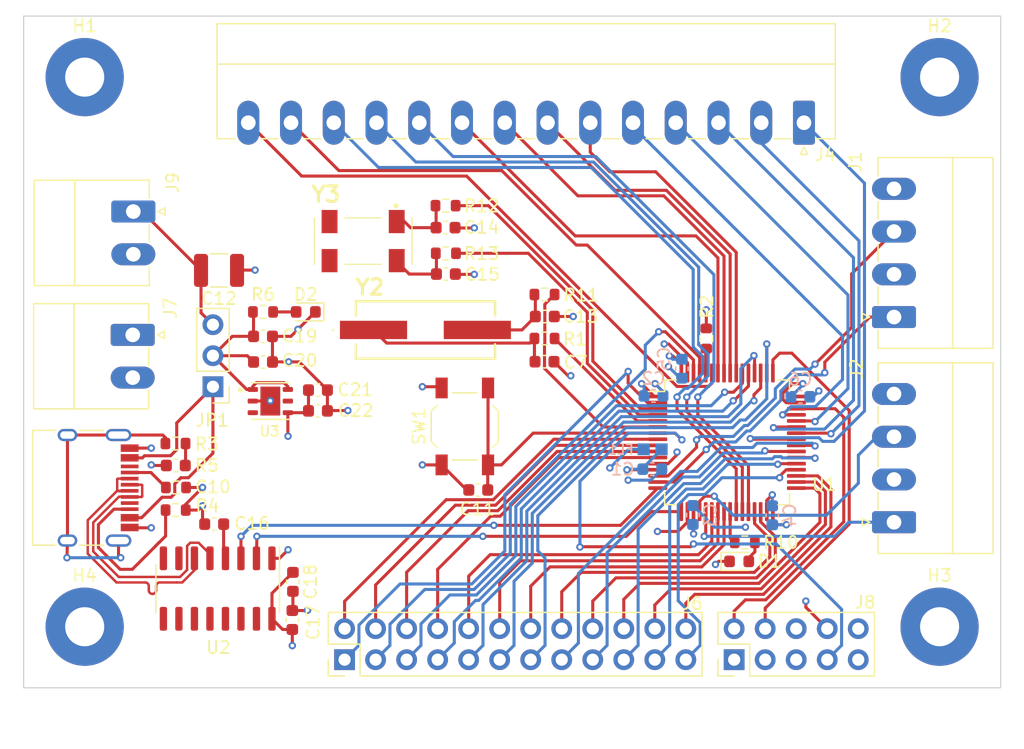
<source format=kicad_pcb>
(kicad_pcb (version 20221018) (generator pcbnew)
  (layers (0 "F.Cu" signal) (1 "In1.Cu" power "GND") (2 "In2.Cu" power "Power") (31 "B.Cu" signal) (34 "B.Paste" user) (35 "F.Paste" user) (36 "B.SilkS" user "B.Silkscreen") (37 "F.SilkS" user "F.Silkscreen") (38 "B.Mask" user) (39 "F.Mask" user) (44 "Edge.Cuts" user))
  (net 0 "")
  (net 1 "GND")
  (net 2 "Net-(C10-Pad1)")
  (net 3 "/NRST")
  (net 4 "Net-(D1-A)")
  (net 5 "/PUL1+")
  (net 6 "/DIR1+")
  (net 7 "/PUL2+")
  (net 8 "/DIR2+")
  (net 9 "Net-(J3-CC1)")
  (net 11 "Net-(J3-CC2)")
  (net 13 "Net-(J3-SHIELD)")
  (net 14 "/PWM1")
  (net 15 "/PWM2")
  (net 16 "/COM1")
  (net 17 "/COM2")
  (net 18 "/COM3")
  (net 19 "/COM4")
  (net 20 "/COM5")
  (net 21 "/COM6")
  (net 22 "/COM7")
  (net 23 "/S1")
  (net 24 "/S2")
  (net 25 "/S3")
  (net 26 "/SE1")
  (net 27 "/SE2")
  (net 28 "/SWDIO")
  (net 29 "/SWCLK")
  (net 32 "Net-(U1-BOOT0)")
  (net 33 "/D-")
  (net 34 "/D+")
  (net 35 "/LED1")
  (net 36 "/RX")
  (net 37 "/TX")
  (net 38 "Net-(U1-VDDA)")
  (net 48 "/PC12")
  (net 49 "/PC13")
  (net 50 "/PD2")
  (net 51 "/PC0")
  (net 52 "/PC1")
  (net 53 "/PA6")
  (net 54 "/PC2")
  (net 55 "/PA7")
  (net 56 "/PC3")
  (net 57 "/PA15")
  (net 58 "/PC4")
  (net 59 "/PB9")
  (net 60 "/PC6")
  (net 61 "/PB10")
  (net 62 "/PC7")
  (net 63 "/PB11")
  (net 64 "/PC8")
  (net 65 "/PB12")
  (net 66 "/PC9")
  (net 67 "/PB13")
  (net 68 "/PC10")
  (net 69 "/PB14")
  (net 70 "/PC11")
  (net 71 "/PB15")
  (net 72 "Net-(C7-Pad2)")
  (net 73 "Net-(C13-Pad1)")
  (net 74 "Net-(Y3-CRYSTAL_1)")
  (net 75 "Net-(Y3-CRYSTAL_2)")
  (net 76 "Net-(U2-V3)")
  (net 77 "Net-(D2-A)")
  (net 78 "/8OSC_IN")
  (net 79 "/8OSC_OUT")
  (net 80 "/32OSC_IN")
  (net 81 "/32OSC_OUT")
  (net 85 "/3V3")
  (net 86 "/5V_PS")
  (net 87 "/5V")
  (net 88 "/5V_USB")
  (footprint "Capacitor_SMD:C_0603_1608Metric" (layer "F.Cu") (at 154.675 104.6)
    (fp_text reference "C13")
    (fp_text value "20pF")
  )
  (footprint "Capacitor_SMD:C_0603_1608Metric" (layer "F.Cu") (at 124.46 116.8 180)
    (fp_text reference "C10")
    (fp_text value "100nF")
  )
  (footprint "Button_Switch_SMD:SW_SPST_TL3342" (layer "F.Cu") (at 148.125 113.6 90)
    (fp_text reference "SW1")
    (fp_text value "SW_Push")
  )
  (footprint "Resistor_SMD:R_0603_1608Metric" (layer "F.Cu") (at 167.9 106.4 90)
    (fp_text reference "R2")
    (fp_text value "10k")
  )
  (footprint "Resistor_SMD:R_0603_1608Metric" (layer "F.Cu") (at 154.65 102.8)
    (fp_text reference "R11")
    (fp_text value "0")
  )
  (footprint "Resistor_SMD:R_0603_1608Metric" (layer "F.Cu") (at 146.55 95.525)
    (fp_text reference "R12")
    (fp_text value "0")
  )
  (footprint "Capacitor_SMD:C_0603_1608Metric" (layer "F.Cu") (at 127.6 121.6 180)
    (fp_text reference "C16")
    (fp_text value "0.1uF")
  )
  (footprint "Resistor_SMD:R_0603_1608Metric" (layer "F.Cu") (at 131.6 104.225)
    (fp_text reference "R6")
    (fp_text value "1k")
  )
  (footprint "Capacitor_SMD:C_1210_3225Metric" (layer "F.Cu") (at 128 100.825 180)
    (fp_text reference "C12")
    (fp_text value "47uF")
  )
  (footprint "MountingHole:MountingHole_3.2mm_M3_Pad" (layer "F.Cu") (at 187 85)
    (fp_text reference "H2")
    (fp_text value "MountingHole_Pad")
  )
  (footprint "MountingHole:MountingHole_3.2mm_M3_Pad" (layer "F.Cu") (at 187 130)
    (fp_text reference "H3")
    (fp_text value "MountingHole_Pad")
  )
  (footprint "Capacitor_SMD:C_0603_1608Metric" (layer "F.Cu") (at 146.55 97.325 180)
    (fp_text reference "C14")
    (fp_text value "4.3pF")
  )
  (footprint "Connector_Phoenix_MC:PhoenixContact_MC_1,5_4-G-3.5_1x04_P3.50mm_Horizontal" (layer "F.Cu") (at 183.2675 121.445 90)
    (fp_text reference "J2")
    (fp_text value "Conn_01x04_Socket")
  )
  (footprint "MountingHole:MountingHole_3.2mm_M3_Pad" (layer "F.Cu") (at 117 130)
    (fp_text reference "H4")
    (fp_text value "MountingHole_Pad")
  )
  (footprint "Capacitor_SMD:C_0603_1608Metric" (layer "F.Cu") (at 136.1 110.625)
    (fp_text reference "C21")
    (fp_text value "1uF")
  )
  (footprint "Connector_USB:USB_C_Receptacle_HRO_TYPE-C-31-M-12" (layer "F.Cu") (at 116.64 118.625 -90)
    (fp_text reference "J3" hide)
    (fp_text value "USB_C_Receptacle_USB2.0_16P")
  )
  (footprint "Package_SO:SOIC-16_3.9x9.9mm_P1.27mm" (layer "F.Cu") (at 127.89 126.875 -90)
    (fp_text reference "U2")
    (fp_text value "CH340C")
  )
  (footprint "MountingHole:MountingHole_3.2mm_M3_Pad" (layer "F.Cu") (at 117 85)
    (fp_text reference "H1")
    (fp_text value "MountingHole_Pad")
  )
  (footprint "Capacitor_SMD:C_0603_1608Metric" (layer "F.Cu") (at 136.1 112.325)
    (fp_text reference "C22")
    (fp_text value "100nF")
  )
  (footprint "Capacitor_SMD:C_0603_1608Metric" (layer "F.Cu") (at 131.6 108.325)
    (fp_text reference "C20")
    (fp_text value "1uF")
  )
  (footprint "Connector_Phoenix_MC:PhoenixContact_MC_1,5_2-G-3.5_1x02_P3.50mm_Horizontal" (layer "F.Cu") (at 120.9825 96.005 -90)
    (fp_text reference "J9")
    (fp_text value "Conn_01x02_Socket")
  )
  (footprint "Connector_Phoenix_MC:PhoenixContact_MC_1,5_4-G-3.5_1x04_P3.50mm_Horizontal" (layer "F.Cu") (at 183.2675 104.645 90)
    (fp_text reference "J1")
    (fp_text value "Conn_01x04_Socket")
  )
  (footprint "Resistor_SMD:R_0603_1608Metric" (layer "F.Cu") (at 124.475 118.6)
    (fp_text reference "R5")
    (fp_text value "5.1k")
  )
  (footprint "Package_QFP:LQFP-64_10x10mm_P0.5mm" (layer "F.Cu") (at 169.6 114.9)
    (fp_text reference "U1")
    (fp_text value "STM32F103RBTx")
  )
  (footprint "Capacitor_SMD:C_0603_1608Metric" (layer "F.Cu") (at 146.575 101.125)
    (fp_text reference "C15")
    (fp_text value "4.3pF")
  )
  (footprint "Resistor_SMD:R_0603_1608Metric" (layer "F.Cu") (at 124.45 120.45)
    (fp_text reference "R4")
    (fp_text value "5.1k")
  )
  (footprint "Connector_PinHeader_2.54mm:PinHeader_2x05_P2.54mm_Vertical" (layer "F.Cu") (at 170.18 132.7 90)
    (fp_text reference "J8")
    (fp_text value "Conn_02x05_Odd_Even")
  )
  (footprint "Capacitor_SMD:C_0603_1608Metric" (layer "F.Cu") (at 154.65 108.3 180)
    (fp_text reference "C7")
    (fp_text value "20pF")
  )
  (footprint "footprints:SON95P300X300X100-7N" (layer "F.Cu") (at 132.2 111.525)
    (fp_text reference "U3")
    (fp_text value "LD39050PU33R")
  )
  (footprint "Connector_PinHeader_2.54mm:PinHeader_2x12_P2.54mm_Vertical" (layer "F.Cu") (at 138.28 132.7 90)
    (fp_text reference "J6")
    (fp_text value "Conn_02x12_Odd_Even")
  )
  (footprint "LED_SMD:LED_0603_1608Metric" (layer "F.Cu") (at 170.5875 124.65)
    (fp_text reference "D1")
    (fp_text value "GREEN")
  )
  (footprint "Connector_PinHeader_2.54mm:PinHeader_1x03_P2.54mm_Vertical" (layer "F.Cu") (at 127.5 110.35 180)
    (fp_text reference "JP1")
    (fp_text value "Jumper_3_Open")
  )
  (footprint "Resistor_SMD:R_0603_1608Metric" (layer "F.Cu") (at 124.435 115)
    (fp_text reference "R3")
    (fp_text value "1M")
  )
  (footprint "Resistor_SMD:R_0603_1608Metric" (layer "F.Cu") (at 146.575 99.425)
    (fp_text reference "R13")
    (fp_text value "0")
  )
  (footprint "Connector_Phoenix_MC:PhoenixContact_MC_1,5_14-G-3.5_1x14_P3.50mm_Horizontal" (layer "F.Cu") (at 175.895 88.7325 180)
    (fp_text reference "J4")
    (fp_text value "Conn_01x14_Socket")
  )
  (footprint "LED_SMD:LED_0603_1608Metric" (layer "F.Cu") (at 135.1 104.225 180)
    (fp_text reference "D2")
    (fp_text value "RED")
  )
  (footprint "Capacitor_SMD:C_0603_1608Metric" (layer "F.Cu") (at 149.225 118.8 180)
    (fp_text reference "C11")
    (fp_text value "100nF")
  )
  (footprint "Crystal:ABS2532768KHZT" (layer "F.Cu") (at 139.8 97.875 180)
    (fp_text reference "Y3")
    (fp_text value "ABS25-32.768KHZ-6-T" hide)
  )
  (footprint "Capacitor_SMD:C_0603_1608Metric" (layer "F.Cu") (at 131.6 106.225)
    (fp_text reference "C19")
    (fp_text value "100nF")
  )
  (footprint "Connector_Phoenix_MC:PhoenixContact_MC_1,5_2-G-3.5_1x02_P3.50mm_Horizontal" (layer "F.Cu") (at 120.9325 106.105 -90)
    (fp_text reference "J7")
    (fp_text value "Conn_01x02_Socket")
  )
  (footprint "Crystal:8000MHz49USMX3050408518pFATF" (layer "F.Cu") (at 144.9 105.7)
    (fp_text reference "Y2")
    (fp_text value "8.000MHz_49USMX_30_50_-40+85_18pF_ATF" hide)
  )
  (footprint "Resistor_SMD:R_0603_1608Metric" (layer "F.Cu") (at 154.65 106.4)
    (fp_text reference "R1")
    (fp_text value "0")
  )
  (footprint "Capacitor_SMD:C_0603_1608Metric" (layer "F.Cu") (at 134 129.45 90)
    (fp_text reference "C17")
    (fp_text value "0.1uF")
  )
  (footprint "Capacitor_SMD:C_0603_1608Metric" (layer "F.Cu") (at 134.05 126.325 -90)
    (fp_text reference "C18")
    (fp_text value "10uF")
  )
  (footprint "Resistor_SMD:R_0603_1608Metric" (layer "F.Cu") (at 171.05 123.1 180)
    (fp_text reference "R10")
    (fp_text value "220")
  )
  (footprint "Capacitor_SMD:C_0603_1608Metric" (layer "B.Cu") (at 173.3 120.875 90)
    (fp_text reference "C4")
    (fp_text value "100nF")
  )
  (footprint "Capacitor_SMD:C_0603_1608Metric" (layer "B.Cu") (at 163.575 111.1 180)
    (fp_text reference "C2")
    (fp_text value "1uF")
  )
  (footprint "Capacitor_SMD:C_0603_1608Metric" (layer "B.Cu") (at 175.6 111.175 180)
    (fp_text reference "C6")
    (fp_text value "100nF")
  )
  (footprint "Capacitor_SMD:C_0603_1608Metric" (layer "B.Cu") (at 163.475 117.1 180)
    (fp_text reference "C1")
    (fp_text value "100nF")
  )
  (footprint "footprints:BEADC1608X75N" (layer "B.Cu") (at 163.5 115.475)
    (fp_text reference "FL1")
    (fp_text value "BLM18KG260TN1D")
  )
  (footprint "Capacitor_SMD:C_0603_1608Metric" (layer "B.Cu") (at 166.8 120.85 90)
    (fp_text reference "C3")
    (fp_text value "100nF")
  )
  (footprint "Capacitor_SMD:C_0603_1608Metric" (layer "B.Cu") (at 165.9 108.875 -90)
    (fp_text reference "C5")
    (fp_text value "100nF")
  )
  (gr_rect (start 112 80) (end 192 135) (stroke (width 0.1)) (fill none) (layer "Edge.Cuts"))
  (segment (start 172.85 119.65) (end 173.3 119.2) (width 0.25) (layer "F.Cu") (net 1))
  (segment (start 146.125 110.35) (end 146.225 110.45) (width 0.25) (layer "F.Cu") (net 1))
  (segment (start 126.65 118.6) (end 125.3 118.6) (width 0.25) (layer "F.Cu") (net 1))
  (segment (start 126.65 118.6) (end 125.275 119.975) (width 0.25) (layer "F.Cu") (net 1))
  (segment (start 165.591116 122.2) (end 163.9 122.2) (width 0.25) (layer "F.Cu") (net 1))
  (segment (start 123.685 116.8) (end 122.5 116.8) (width 0.25) (layer "F.Cu") (net 1))
  (segment (start 148.9 97.35) (end 147.35 97.35) (width 0.25) (layer "F.Cu") (net 1))
  (segment (start 133.7 108.314943) (end 132.385057 108.314943) (width 0.25) (layer "F.Cu") (net 1))
  (segment (start 126.825 121.6) (end 126.825 121.6) (width 0.25) (layer "F.Cu") (net 1))
  (segment (start 175.275 111.65) (end 174.432236 111.65) (width 0.25) (layer "F.Cu") (net 1))
  (segment (start 135.225 128.675) (end 134 128.675) (width 0.25) (layer "F.Cu") (net 1))
  (segment (start 122.5 116.8) (end 122.45 116.75) (width 0.25) (layer "F.Cu") (net 1))
  (segment (start 134.564943 108.314943) (end 136.875 110.625) (width 0.25) (layer "F.Cu") (net 1))
  (segment (start 176.05 127.9) (end 176.05 127.85) (width 0.25) (layer "F.Cu") (net 1))
  (segment (start 134.45625 105.65625) (end 135.8875 104.225) (width 0.25) (layer "F.Cu") (net 1))
  (segment (start 130.95 100.8) (end 129.5 100.8) (width 0.25) (layer "F.Cu") (net 1))
  (segment (start 134.05 128.625) (end 134 128.675) (width 0.25) (layer "F.Cu") (net 1))
  (segment (start 146.225 116.75) (end 148.275 118.8) (width 0.25) (layer "F.Cu") (net 1))
  (segment (start 147.35 97.35) (end 147.325 97.325) (width 0.25) (layer "F.Cu") (net 1))
  (segment (start 132.335 124.4) (end 132.95 124.4) (width 0.25) (layer "F.Cu") (net 1))
  (segment (start 144.65 110.35) (end 146.125 110.35) (width 0.25) (layer "F.Cu") (net 1))
  (segment (start 166.35 108.382236) (end 164.817764 106.85) (width 0.25) (layer "F.Cu") (net 1))
  (segment (start 174.175 111.392764) (end 174.175 110.875) (width 0.25) (layer "F.Cu") (net 1))
  (segment (start 133.8 128.475) (end 134 128.675) (width 0.25) (layer "F.Cu") (net 1))
  (segment (start 164.767764 116.65) (end 165.5 115.917764) (width 0.25) (layer "F.Cu") (net 1))
  (segment (start 165.5 115.917764) (end 165.5 115.7) (width 0.25) (layer "F.Cu") (net 1))
  (segment (start 168.9 124.65) (end 168.65 124.9) (width 0.25) (layer "F.Cu") (net 1))
  (segment (start 166.35 120.575) (end 166.35 121.441116) (width 0.25) (layer "F.Cu") (net 1))
  (segment (start 120.71 121.9) (end 120.685 121.875) (width 0.25) (layer "F.Cu") (net 1))
  (segment (start 125.275 120.45) (end 126.3 120.45) (width 0.25) (layer "F.Cu") (net 1))
  (segment (start 138.55 112.3) (end 136.9 112.3) (width 0.25) (layer "F.Cu") (net 1))
  (segment (start 122.45 115.375) (end 120.685 115.375) (width 0.25) (layer "F.Cu") (net 1))
  (segment (start 174.175 110.875) (end 174.95 110.1) (width 0.25) (layer "F.Cu") (net 1))
  (segment (start 132.385057 108.314943) (end 132.375 108.325) (width 0.25) (layer "F.Cu") (net 1))
  (segment (start 166.35 109.225) (end 166.35 108.382236) (width 0.25) (layer "F.Cu") (net 1))
  (segment (start 148.275 118.8) (end 148.45 118.8) (width 0.25) (layer "F.Cu") (net 1))
  (segment (start 122.45 121.9) (end 120.71 121.9) (width 0.25) (layer "F.Cu") (net 1))
  (segment (start 177.8 130.16) (end 176.05 128.41) (width 0.25) (layer "F.Cu") (net 1))
  (segment (start 174.432236 111.65) (end 174.175 111.392764) (width 0.25) (layer "F.Cu") (net 1))
  (segment (start 133.8875 106.225) (end 132.375 106.225) (width 0.25) (layer "F.Cu") (net 1))
  (segment (start 132.375 106.225) (end 132.375 108.325) (width 0.25) (layer "F.Cu") (net 1))
  (segment (start 136.9 112.3) (end 136.875 112.325) (width 0.25) (layer "F.Cu") (net 1))
  (segment (start 135.25 128.65) (end 135.225 128.675) (width 0.25) (layer "F.Cu") (net 1))
  (segment (start 167.9 104.05) (end 167.9 105.575) (width 0.25) (layer "F.Cu") (net 1))
  (segment (start 148.9 101.15) (end 147.375 101.15) (width 0.25) (layer "F.Cu") (net 1))
  (segment (start 134.45625 105.65625) (end 133.8875 106.225) (width 0.25) (layer "F.Cu") (net 1))
  (segment (start 176.05 128.41) (end 176.05 127.9) (width 0.25) (layer "F.Cu") (net 1))
  (segment (start 132.95 124.4) (end 133.65 123.7) (width 0.25) (layer "F.Cu") (net 1))
  (segment (start 174.95 110.1) (end 175.8 110.1) (width 0.25) (layer "F.Cu") (net 1))
  (segment (start 126.65 121.425) (end 126.825 121.6) (width 0.25) (layer "F.Cu") (net 1))
  (segment (start 156.8 109.45) (end 156.575 109.45) (width 0.25) (layer "F.Cu") (net 1))
  (segment (start 164.817764 106.85) (end 164.45 106.85) (width 0.25) (layer "F.Cu") (net 1))
  (segment (start 133.7 108.314943) (end 134.564943 108.314943) (width 0.25) (layer "F.Cu") (net 1))
  (segment (start 147.375 101.15) (end 147.35 101.125) (width 0.25) (layer "F.Cu") (net 1))
  (segment (start 126.65 120.1) (end 126.65 121.425) (width 0.25) (layer "F.Cu") (net 1))
  (segment (start 126.3 120.45) (end 126.65 120.1) (width 0.25) (layer "F.Cu") (net 1))
  (segment (start 172.85 120.575) (end 172.85 119.65) (width 0.25) (layer "F.Cu") (net 1))
  (segment (start 129.5 100.8) (end 129.475 100.825) (width 0.25) (layer "F.Cu") (net 1))
  (segment (start 132.2 111.5) (end 130.765 111.525) (width 0.25) (layer "F.Cu") (net 1))
  (segment (start 144.65 116.75) (end 146.225 116.75) (width 0.25) (layer "F.Cu") (net 1))
  (segment (start 169.8 124.65) (end 168.9 124.65) (width 0.25) (layer "F.Cu") (net 1))
  (segment (start 156.575 109.45) (end 155.425 108.3) (width 0.25) (layer "F.Cu") (net 1))
  (segment (start 132.2 111.525) (end 132.2 111.5) (width 0.25) (layer "F.Cu") (net 1))
  (segment (start 157 104.6) (end 155.45 104.6) (width 0.25) (layer "F.Cu") (net 1))
  (segment (start 136.875 112.325) (end 136.875 110.625) (width 0.25) (layer "F.Cu") (net 1))
  (segment (start 125.275 119.975) (end 125.275 120.45) (width 0.25) (layer "F.Cu") (net 1))
  (segment (start 166.35 121.441116) (end 165.591116 122.2) (width 0.25) (layer "F.Cu") (net 1))
  (segment (start 163.925 116.65) (end 164.767764 116.65) (width 0.25) (layer "F.Cu") (net 1))
  (segment (start 134.05 127.1) (end 134.05 128.625) (width 0.25) (layer "F.Cu") (net 1))
  (via (at 165.5 115.7) (size 0.6) (drill 0.3) (layers "F.Cu" "B.Cu") (net 1))
  (via (at 144.65 110.35) (size 0.6) (drill 0.3) (layers "F.Cu" "B.Cu") (net 1))
  (via (at 132.2 111.5) (size 0.6) (drill 0.3) (layers "F.Cu" "B.Cu") (net 1))
  (via (at 163.9 122.2) (size 0.6) (drill 0.3) (layers "F.Cu" "B.Cu") (net 1))
  (via (at 133.65 123.7) (size 0.6) (drill 0.3) (layers "F.Cu" "B.Cu") (net 1))
  (via (at 176.05 127.9) (size 0.6) (drill 0.3) (layers "F.Cu" "B.Cu") (net 1))
  (via (at 130.95 100.8) (size 0.6) (drill 0.3) (layers "F.Cu" "B.Cu") (net 1))
  (via (at 161.5 118) (size 0.6) (drill 0.3) (layers "F.Cu" "B.Cu") (net 1))
  (via (at 126.65 120.1) (size 0.6) (drill 0.3) (layers "F.Cu" "B.Cu") (net 1))
  (via (at 144.65 116.75) (size 0.6) (drill 0.3) (layers "F.Cu" "B.Cu") (net 1))
  (via (at 122.45 116.75) (size 0.6) (drill 0.3) (layers "F.Cu" "B.Cu") (net 1))
  (via (at 164.45 106.85) (size 0.6) (drill 0.3) (layers "F.Cu" "B.Cu") (net 1))
  (via (at 148.9 101.15) (size 0.6) (drill 0.3) (layers "F.Cu" "B.Cu") (net 1))
  (via (at 135.25 128.65) (size 0.6) (drill 0.3) (layers "F.Cu" "B.Cu") (net 1))
  (via (at 122.45 115.375) (size 0.6) (drill 0.3) (layers "F.Cu" "B.Cu") (net 1))
  (via (at 164.8 108.7) (size 0.6) (drill 0.3) (layers "F.Cu" "B.Cu") (net 1))
  (via (at 148.9 97.35) (size 0.6) (drill 0.3) (layers "F.Cu" "B.Cu") (net 1))
  (via (at 126.65 118.6) (size 0.6) (drill 0.3) (layers "F.Cu" "B.Cu") (net 1))
  (via (at 134.45625 105.65625) (size 0.6) (drill 0.3) (layers "F.Cu" "B.Cu") (net 1))
  (via (at 168.65 124.9) (size 0.6) (drill 0.3) (layers "F.Cu" "B.Cu") (net 1))
  (via (at 156.8 109.45) (size 0.6) (drill 0.3) (layers "F.Cu" "B.Cu") (net 1))
  (via (at 138.55 112.3) (size 0.6) (drill 0.3) (layers "F.Cu" "B.Cu") (net 1))
  (via (at 163.7 110.1) (size 0.6) (drill 0.3) (layers "F.Cu" "B.Cu") (net 1))
  (via (at 133.7 108.314943) (size 0.6) (drill 0.3) (layers "F.Cu" "B.Cu") (net 1))
  (via (at 122.45 121.9) (size 0.6) (drill 0.3) (layers "F.Cu" "B.Cu") (net 1))
  (via (at 173.3 119.2) (size 0.6) (drill 0.3) (layers "F.Cu" "B.Cu") (net 1))
  (via (at 157 104.6) (size 0.6) (drill 0.3) (layers "F.Cu" "B.Cu") (net 1))
  (via (at 175.8 110.1) (size 0.6) (drill 0.3) (layers "F.Cu" "B.Cu") (net 1))
  (via (at 171.1 121.85) (size 0.6) (drill 0.3) (layers "F.Cu" "B.Cu") (net 1))
  (via (at 167.9 104.05) (size 0.6) (drill 0.3) (layers "F.Cu" "B.Cu") (net 1))
  (segment (start 174.825 111.175) (end 175.8 110.2) (width 0.25) (layer "B.Cu") (net 1))
  (segment (start 164.35 111.1) (end 164.35 110.75) (width 0.25) (layer "B.Cu") (net 1))
  (segment (start 163.35 118) (end 161.5 118) (width 0.25) (layer "B.Cu") (net 1))
  (segment (start 175.8 110.2) (end 175.8 110.1) (width 0.25) (layer "B.Cu") (net 1))
  (segment (start 173.3 119.2) (end 173.3 119.3) (width 0.25) (layer "B.Cu") (net 1))
  (segment (start 173.3 120.1) (end 173.3 119.2) (width 0.25) (layer "B.Cu") (net 1))
  (segment (start 171.1 121.85) (end 168.575 121.85) (width 0.25) (layer "B.Cu") (net 1))
  (segment (start 168.575 121.85) (end 166.8 120.075) (width 0.25) (layer "B.Cu") (net 1))
  (segment (start 165.9 109.65) (end 165.75 109.65) (width 0.25) (layer "B.Cu") (net 1))
  (segment (start 164.25 117.1) (end 163.35 118) (width 0.25) (layer "B.Cu") (net 1))
  (segment (start 164.35 110.75) (end 163.7 110.1) (width 0.25) (layer "B.Cu") (net 1))
  (segment (start 165.75 109.65) (end 164.8 108.7) (width 0.25) (layer "B.Cu") (net 1))
  (segment (start 125.26 116.775) (end 125.235 116.8) (width 0.25) (layer "F.Cu") (net 2))
  (segment (start 125.26 115) (end 125.26 116.775) (width 0.25) (layer "F.Cu") (net 2))
  (segment (start 165.35 114.15) (end 165.9 114.7) (width 0.25) (layer "F.Cu") (net 3))
  (segment (start 150.025 116.75) (end 150.025 110.45) (width 0.25) (layer "F.Cu") (net 3))
  (segment (start 151.125 116.75) (end 150.025 116.75) (width 0.25) (layer "F.Cu") (net 3))
  (segment (start 150 116.775) (end 150.025 116.75) (width 0.25) (layer "F.Cu") (net 3))
  (segment (start 153.725 114.15) (end 163.925 114.15) (width 0.25) (layer "F.Cu") (net 3))
  (segment (start 166.625 123.45) (end 157.575 123.45) (width 0.25) (layer "F.Cu") (net 3))
  (segment (start 163.925 114.15) (end 165.35 114.15) (width 0.25) (layer "F.Cu") (net 3))
  (segment (start 157.575 123.45) (end 157.55 123.475) (width 0.25) (layer "F.Cu") (net 3))
  (segment (start 150 118.8) (end 150 116.775) (width 0.25) (layer "F.Cu") (net 3))
  (segment (start 166.85 123.225) (end 166.625 123.45) (width 0.25) (layer "F.Cu") (net 3))
  (segment (start 153.725 114.15) (end 151.125 116.75) (width 0.25) (layer "F.Cu") (net 3))
  (via (at 165.9 114.7) (size 0.6) (drill 0.3) (layers "F.Cu" "B.Cu") (net 3))
  (via (at 166.85 123.225) (size 0.6) (drill 0.3) (layers "F.Cu" "B.Cu") (net 3))
  (via (at 157.55 123.475) (size 0.6) (drill 0.3) (layers "F.Cu" "B.Cu") (net 3))
  (segment (start 161.495584 114.15) (end 165.35 114.15) (width 0.25) (layer "B.Cu") (net 3))
  (segment (start 178.975 131.525) (end 177.8 132.7) (width 0.25) (layer "B.Cu") (net 3))
  (segment (start 173.575 123.225) (end 173.6 123.2) (width 0.25) (layer "B.Cu") (net 3))
  (segment (start 173.6 123.2) (end 178.975 128.575) (width 0.25) (layer "B.Cu") (net 3))
  (segment (start 157.55 118.095584) (end 161.495584 114.15) (width 0.25) (layer "B.Cu") (net 3))
  (segment (start 178.975 128.575) (end 178.975 131.525) (width 0.25) (layer "B.Cu") (net 3))
  (segment (start 165.35 114.15) (end 165.9 114.7) (width 0.25) (layer "B.Cu") (net 3))
  (segment (start 157.55 123.475) (end 157.55 118.095584) (width 0.25) (layer "B.Cu") (net 3))
  (segment (start 157.55 123.475) (end 157.55 123.2) (width 0.25) (layer "B.Cu") (net 3))
  (segment (start 166.85 123.225) (end 173.575 123.225) (width 0.25) (layer "B.Cu") (net 3))
  (segment (start 171.875 123.8625) (end 171.0875 124.65) (width 0.25) (layer "F.Cu") (net 4))
  (segment (start 171.875 123.1) (end 171.875 123.8625) (width 0.25) (layer "F.Cu") (net 4))
  (segment (start 181.291396 104.645) (end 183.2675 104.645) (width 0.25) (layer "F.Cu") (net 5))
  (segment (start 165.233884 118.15) (end 163.925 118.15) (width 0.25) (layer "F.Cu") (net 5))
  (segment (start 177.6 109.2) (end 177.6 108.336396) (width 0.25) (layer "F.Cu") (net 5))
  (segment (start 177.6 108.336396) (end 181.291396 104.645) (width 0.25) (layer "F.Cu") (net 5))
  (segment (start 167.891942 115.491942) (end 165.233884 118.15) (width 0.25) (layer "F.Cu") (net 5))
  (via (at 167.891942 115.491942) (size 0.6) (drill 0.3) (layers "F.Cu" "B.Cu") (net 5))
  (via (at 177.6 109.2) (size 0.6) (drill 0.3) (layers "F.Cu" "B.Cu") (net 5))
  (segment (start 174 110.7) (end 175.35 109.35) (width 0.25) (layer "B.Cu") (net 5))
  (segment (start 170.3 114.875) (end 171.2 113.975) (width 0.25) (layer "B.Cu") (net 5))
  (segment (start 174 111.456676) (end 174 110.7) (width 0.25) (layer "B.Cu") (net 5))
  (segment (start 167.891942 115.491942) (end 168.508884 114.875) (width 0.25) (layer "B.Cu") (net 5))
  (segment (start 168.508884 114.875) (end 170.3 114.875) (width 0.25) (layer "B.Cu") (net 5))
  (segment (start 171.2 113.975) (end 171.481676 113.975) (width 0.25) (layer "B.Cu") (net 5))
  (segment (start 176.181802 109.381802) (end 177.418198 109.381802) (width 0.25) (layer "B.Cu") (net 5))
  (segment (start 171.481676 113.975) (end 174 111.456676) (width 0.25) (layer "B.Cu") (net 5))
  (segment (start 176.15 109.35) (end 176.181802 109.381802) (width 0.25) (layer "B.Cu") (net 5))
  (segment (start 175.35 109.35) (end 176.15 109.35) (width 0.25) (layer "B.Cu") (net 5))
  (segment (start 177.418198 109.381802) (end 177.6 109.2) (width 0.25) (layer "B.Cu") (net 5))
  (segment (start 179.8 105.5) (end 179.8 101.1125) (width 0.25) (layer "F.Cu") (net 6))
  (segment (start 167.1 115.317764) (end 164.767764 117.65) (width 0.25) (layer "F.Cu") (net 6))
  (segment (start 167.1 114.7) (end 167.1 115.317764) (width 0.25) (layer "F.Cu") (net 6))
  (segment (start 179.8 101.1125) (end 183.2675 97.645) (width 0.25) (layer "F.Cu") (net 6))
  (segment (start 164.767764 117.65) (end 163.925 117.65) (width 0.25) (layer "F.Cu") (net 6))
  (segment (start 176.8 108.5) (end 179.8 105.5) (width 0.25) (layer "F.Cu") (net 6))
  (via (at 176.8 108.5) (size 0.6) (drill 0.3) (layers "F.Cu" "B.Cu") (net 6))
  (via (at 167.1 114.7) (size 0.6) (drill 0.3) (layers "F.Cu" "B.Cu") (net 6))
  (segment (start 167.375 114.425) (end 170.113604 114.425) (width 0.25) (layer "B.Cu") (net 6))
  (segment (start 176.8 108.5) (end 176.8 108.4) (width 0.25) (layer "B.Cu") (net 6))
  (segment (start 173.55 110.513604) (end 175.163604 108.9) (width 0.25) (layer "B.Cu") (net 6))
  (segment (start 176.336396 108.9) (end 176.368198 108.931802) (width 0.25) (layer "B.Cu") (net 6))
  (segment (start 171.29528 113.525) (end 173.55 111.27028) (width 0.25) (layer "B.Cu") (net 6))
  (segment (start 175.163604 108.9) (end 176.336396 108.9) (width 0.25) (layer "B.Cu") (net 6))
  (segment (start 167.1 114.7) (end 167.375 114.425) (width 0.25) (layer "B.Cu") (net 6))
  (segment (start 176.368198 108.931802) (end 176.8 108.5) (width 0.25) (layer "B.Cu") (net 6))
  (segment (start 170.113604 114.425) (end 171.013604 113.525) (width 0.25) (layer "B.Cu") (net 6))
  (segment (start 171.013604 113.525) (end 171.29528 113.525) (width 0.25) (layer "B.Cu") (net 6))
  (segment (start 173.55 111.27028) (end 173.55 110.513604) (width 0.25) (layer "B.Cu") (net 6))
  (segment (start 167.85 122.475) (end 167.85 120.575) (width 0.25) (layer "F.Cu") (net 7))
  (segment (start 167.725 122.6) (end 167.85 122.475) (width 0.25) (layer "F.Cu") (net 7))
  (via (at 167.725 122.6) (size 0.6) (drill 0.3) (layers "F.Cu" "B.Cu") (net 7))
  (segment (start 179.555 121.445) (end 183.2675 121.445) (width 0.25) (layer "B.Cu") (net 7))
  (segment (start 167.725 122.6) (end 178.4 122.6) (width 0.25) (layer "B.Cu") (net 7))
  (segment (start 178.4 122.6) (end 179.555 121.445) (width 0.25) (layer "B.Cu") (net 7))
  (segment (start 167.768932 119.313304) (end 168.548515 119.313304) (width 0.25) (layer "F.Cu") (net 8))
  (segment (start 167.35 120.575) (end 167.35 119.732236) (width 0.25) (layer "F.Cu") (net 8))
  (segment (start 167.35 119.732236) (end 167.768932 119.313304) (width 0.25) (layer "F.Cu") (net 8))
  (via (at 168.548515 119.313304) (size 0.6) (drill 0.3) (layers "F.Cu" "B.Cu") (net 8))
  (segment (start 181.855 114.445) (end 183.2675 114.445) (width 0.25) (layer "B.Cu") (net 8))
  (segment (start 180.35 118.25) (end 180.35 115.95) (width 0.25) (layer "B.Cu") (net 8))
  (segment (start 168.548515 119.313304) (end 170.110211 120.875) (width 0.25) (layer "B.Cu") (net 8))
  (segment (start 180.35 115.95) (end 181.855 114.445) (width 0.25) (layer "B.Cu") (net 8))
  (segment (start 177.725 120.875) (end 180.35 118.25) (width 0.25) (layer "B.Cu") (net 8))
  (segment (start 170.110211 120.875) (end 177.725 120.875) (width 0.25) (layer "B.Cu") (net 8))
  (segment (start 123.65 118.6) (end 122.425 117.375) (width 0.25) (layer "F.Cu") (net 9))
  (segment (start 122.425 117.375) (end 120.685 117.375) (width 0.25) (layer "F.Cu") (net 9))
  (segment (start 122.82 123.38) (end 122.82 123.374092) (width 0.25) (layer "F.Cu") (net 11))
  (segment (start 118.125 121.640051) (end 118.125 123.525) (width 0.25) (layer "F.Cu") (net 11))
  (segment (start 119.9 125.3) (end 120.9 125.3) (width 0.25) (layer "F.Cu") (net 11))
  (segment (start 122.82 123.374092) (end 123.094092 123.1) (width 0.25) (layer "F.Cu") (net 11))
  (segment (start 119.390051 120.375) (end 118.125 121.640051) (width 0.25) (layer "F.Cu") (net 11))
  (segment (start 120.9 125.3) (end 122.82 123.38) (width 0.25) (layer "F.Cu") (net 11))
  (segment (start 120.685 120.375) (end 119.390051 120.375) (width 0.25) (layer "F.Cu") (net 11))
  (segment (start 123.625 122.575) (end 123.625 120.45) (width 0.25) (layer "F.Cu") (net 11))
  (segment (start 123.1 123.1) (end 123.625 122.575) (width 0.25) (layer "F.Cu") (net 11))
  (segment (start 123.094092 123.1) (end 123.1 123.1) (width 0.25) (layer "F.Cu") (net 11))
  (segment (start 118.125 123.525) (end 119.9 125.3) (width 0.25) (layer "F.Cu") (net 11))
  (segment (start 123.39 114.305) (end 119.77 114.305) (width 0.25) (layer "F.Cu") (net 13))
  (segment (start 115.59 124.34) (end 115.6 124.35) (width 0.25) (layer "F.Cu") (net 13))
  (segment (start 119.77 124.17) (end 119.95 124.35) (width 0.25) (layer "F.Cu") (net 13))
  (segment (start 123.61 114.525) (end 123.39 114.305) (width 0.25) (layer "F.Cu") (net 13))
  (segment (start 119.77 114.305) (end 115.59 114.305) (width 0.25) (layer "F.Cu") (net 13))
  (segment (start 119.89 114.425) (end 119.77 114.305) (width 0.25) (layer "F.Cu") (net 13))
  (segment (start 119.77 122.945) (end 119.77 124.17) (width 0.25) (layer "F.Cu") (net 13))
  (segment (start 115.55 124.35) (end 115.59 124.34) (width 0.25) (layer "F.Cu") (net 13))
  (segment (start 123.61 115) (end 123.61 114.525) (width 0.25) (layer "F.Cu") (net 13))
  (segment (start 115.59 122.945) (end 115.55 124.35) (width 0.25) (layer "F.Cu") (net 13))
  (segment (start 115.59 114.305) (end 115.59 122.945) (width 0.25) (layer "F.Cu") (net 13))
  (via (at 119.95 124.35) (size 0.6) (drill 0.3) (layers "F.Cu" "B.Cu") (net 13))
  (via (at 115.55 124.35) (size 0.6) (drill 0.3) (layers "F.Cu" "B.Cu") (net 13))
  (segment (start 119.95 124.35) (end 115.55 124.35) (width 0.25) (layer "B.Cu") (net 13))
  (segment (start 171.55 114.65) (end 171.5 114.6) (width 0.25) (layer "F.Cu") (net 14))
  (segment (start 175.275 114.65) (end 171.55 114.65) (width 0.25) (layer "F.Cu") (net 14))
  (via (at 171.5 114.6) (size 0.6) (drill 0.3) (layers "F.Cu" "B.Cu") (net 14))
  (segment (start 177.125 114.525) (end 177.425 114.825) (width 0.25) (layer "B.Cu") (net 14))
  (segment (start 180.85 112.333884) (end 180.85 93.6875) (width 0.25) (layer "B.Cu") (net 14))
  (segment (start 171.575 114.525) (end 177.125 114.525) (width 0.25) (layer "B.Cu") (net 14))
  (segment (start 177.425 114.825) (end 178.358884 114.825) (width 0.25) (layer "B.Cu") (net 14))
  (segment (start 171.5 114.6) (end 171.575 114.525) (width 0.25) (layer "B.Cu") (net 14))
  (segment (start 178.358884 114.825) (end 180.85 112.333884) (width 0.25) (layer "B.Cu") (net 14))
  (segment (start 180.85 93.6875) (end 175.895 88.7325) (width 0.25) (layer "B.Cu") (net 14))
  (segment (start 175.5 114.15) (end 178.1 114.15) (width 0.25) (layer "F.Cu") (net 15))
  (via (at 178.1 114.2) (size 0.6) (drill 0.3) (layers "F.Cu" "B.Cu") (net 15))
  (segment (start 180.4 98.4) (end 172.395 90.395) (width 0.25) (layer "B.Cu") (net 15))
  (segment (start 172.395 90.395) (end 172.395 88.7325) (width 0.25) (layer "B.Cu") (net 15))
  (segment (start 180.4 111.9) (end 180.4 98.4) (width 0.25) (layer "B.Cu") (net 15))
  (segment (start 178.1 114.2) (end 180.4 111.9) (width 0.25) (layer "B.Cu") (net 15))
  (segment (start 170.35 120.575) (end 170.35 117.066116) (width 0.25) (layer "F.Cu") (net 16))
  (segment (start 165.5 112.216116) (end 165.5 111.2) (width 0.25) (layer "F.Cu") (net 16))
  (segment (start 167.641942 114.358058) (end 165.5 112.216116) (width 0.25) (layer "F.Cu") (net 16))
  (segment (start 170.35 117.066116) (end 167.641942 114.358058) (width 0.25) (layer "F.Cu") (net 16))
  (via (at 165.5 111.2) (size 0.6) (drill 0.3) (layers "F.Cu" "B.Cu") (net 16))
  (segment (start 165.5 111.2) (end 165.5 111.116116) (width 0.25) (layer "B.Cu") (net 16))
  (segment (start 141.0625 92.4) (end 137.395 88.7325) (width 0.25) (layer "B.Cu") (net 16))
  (segment (start 165.5 111.2) (end 165.5 110.990948) (width 0.25) (layer "B.Cu") (net 16))
  (segment (start 165.5 111.116116) (end 166.134314 110.481802) (width 0.25) (layer "B.Cu") (net 16))
  (segment (start 166.134314 110.481802) (end 166.381802 110.481802) (width 0.25) (layer "B.Cu") (net 16))
  (segment (start 166.825 107.097792) (end 166.825 100.747792) (width 0.25) (layer "B.Cu") (net 16))
  (segment (start 167.6 107.872792) (end 166.825 107.097792) (width 0.25) (layer "B.Cu") (net 16))
  (segment (start 166.381802 110.481802) (end 167.6 109.263604) (width 0.25) (layer "B.Cu") (net 16))
  (segment (start 158.477208 92.4) (end 141.0625 92.4) (width 0.25) (layer "B.Cu") (net 16))
  (segment (start 166.825 100.747792) (end 158.477208 92.4) (width 0.25) (layer "B.Cu") (net 16))
  (segment (start 167.6 109.263604) (end 167.6 107.872792) (width 0.25) (layer "B.Cu") (net 16))
  (segment (start 166.91014 112.98986) (end 166.3 112.37972) (width 0.25) (layer "F.Cu") (net 17))
  (segment (start 166.3 112.37972) (end 166.3 111.2) (width 0.25) (layer "F.Cu") (net 17))
  (segment (start 170.85 116.92972) (end 166.91014 112.98986) (width 0.25) (layer "F.Cu") (net 17))
  (segment (start 170.85 120.575) (end 170.85 116.92972) (width 0.25) (layer "F.Cu") (net 17))
  (via (at 166.3 111.2) (size 0.6) (drill 0.3) (layers "F.Cu" "B.Cu") (net 17))
  (segment (start 167.275 100.561396) (end 158.663604 91.95) (width 0.25) (layer "B.Cu") (net 17))
  (segment (start 166.3 111.2) (end 168.05 109.45) (width 0.25) (layer "B.Cu") (net 17))
  (segment (start 167.275 106.911396) (end 167.275 100.561396) (width 0.25) (layer "B.Cu") (net 17))
  (segment (start 168.05 107.686396) (end 167.275 106.911396) (width 0.25) (layer "B.Cu") (net 17))
  (segment (start 144.1125 91.95) (end 140.895 88.7325) (width 0.25) (layer "B.Cu") (net 17))
  (segment (start 168.05 109.45) (end 168.05 107.686396) (width 0.25) (layer "B.Cu") (net 17))
  (segment (start 158.663604 91.95) (end 144.1125 91.95) (width 0.25) (layer "B.Cu") (net 17))
  (segment (start 171.35 120.575) (end 171.35 116.793324) (width 0.25) (layer "F.Cu") (net 18))
  (segment (start 167.778338 113.221662) (end 167.2 112.643324) (width 0.25) (layer "F.Cu") (net 18))
  (segment (start 167.2 112.643324) (end 167.2 111.2) (width 0.25) (layer "F.Cu") (net 18))
  (segment (start 167.2 111.2) (end 167.2 111) (width 0.25) (layer "F.Cu") (net 18))
  (segment (start 171.35 116.793324) (end 167.778338 113.221662) (width 0.25) (layer "F.Cu") (net 18))
  (via (at 167.2 111.2) (size 0.6) (drill 0.3) (layers "F.Cu" "B.Cu") (net 18))
  (segment (start 147.1625 91.5) (end 144.395 88.7325) (width 0.25) (layer "B.Cu") (net 18))
  (segment (start 158.85 91.5) (end 147.1625 91.5) (width 0.25) (layer "B.Cu") (net 18))
  (segment (start 167.15 111.233884) (end 168.525 109.858884) (width 0.25) (layer "B.Cu") (net 18))
  (segment (start 168.525 109.858884) (end 168.525 101.175) (width 0.25) (layer "B.Cu") (net 18))
  (segment (start 168.525 101.175) (end 158.85 91.5) (width 0.25) (layer "B.Cu") (net 18))
  (segment (start 170.35 109.225) (end 170.35 99.35) (width 0.25) (layer "F.Cu") (net 19))
  (segment (start 170.35 99.35) (end 163.75 92.75) (width 0.25) (layer "F.Cu") (net 19))
  (segment (start 160 92.75) (end 158.395 91.145) (width 0.25) (layer "F.Cu") (net 19))
  (segment (start 163.75 92.75) (end 160 92.75) (width 0.25) (layer "F.Cu") (net 19))
  (segment (start 158.395 91.145) (end 158.395 88.7325) (width 0.25) (layer "F.Cu") (net 19))
  (segment (start 169.85 99.486396) (end 164.631802 94.268198) (width 0.25) (layer "F.Cu") (net 20))
  (segment (start 160.430698 94.268198) (end 154.895 88.7325) (width 0.25) (layer "F.Cu") (net 20))
  (segment (start 169.85 109.225) (end 169.85 99.486396) (width 0.25) (layer "F.Cu") (net 20))
  (segment (start 164.631802 94.268198) (end 160.430698 94.268198) (width 0.25) (layer "F.Cu") (net 20))
  (segment (start 164.418198 94.718198) (end 157.380698 94.718198) (width 0.25) (layer "F.Cu") (net 21))
  (segment (start 157.380698 94.718198) (end 151.395 88.7325) (width 0.25) (layer "F.Cu") (net 21))
  (segment (start 169.35 99.65) (end 164.418198 94.718198) (width 0.25) (layer "F.Cu") (net 21))
  (segment (start 169.35 109.225) (end 169.35 99.65) (width 0.25) (layer "F.Cu") (net 21))
  (segment (start 168.85 99.8) (end 167.05 98) (width 0.25) (layer "F.Cu") (net 22))
  (segment (start 167.05 98) (end 157.1625 98) (width 0.25) (layer "F.Cu") (net 22))
  (segment (start 157.1625 98) (end 147.895 88.7325) (width 0.25) (layer "F.Cu") (net 22))
  (segment (start 168.85 109.225) (end 168.85 99.8) (width 0.25) (layer "F.Cu") (net 22))
  (segment (start 173.45 113.65) (end 173.4 113.7) (width 0.25) (layer "F.Cu") (net 23))
  (segment (start 175.275 113.65) (end 173.45 113.65) (width 0.25) (layer "F.Cu") (net 23))
  (via (at 173.4 113.7) (size 0.6) (drill 0.3) (layers "F.Cu" "B.Cu") (net 23))
  (segment (start 173.525 113.825) (end 177.575 113.825) (width 0.25) (layer "B.Cu") (net 23))
  (segment (start 179.95 99.7875) (end 168.895 88.7325) (width 0.25) (layer "B.Cu") (net 23))
  (segment (start 179.95 111.45) (end 179.95 99.7875) (width 0.25) (layer "B.Cu") (net 23))
  (segment (start 173.4 113.7) (end 173.525 113.825) (width 0.25) (layer "B.Cu") (net 23))
  (segment (start 177.575 113.825) (end 179.95 111.45) (width 0.25) (layer "B.Cu") (net 23))
  (segment (start 176.925 113.2) (end 176.8 113.2) (width 0.25) (layer "F.Cu") (net 24))
  (segment (start 176.8 113.15) (end 175.5 113.15) (width 0.25) (layer "F.Cu") (net 24))
  (via (at 176.8 113.2) (size 0.6) (drill 0.3) (layers "F.Cu" "B.Cu") (net 24))
  (segment (start 179.5 110.5) (end 179.5 102.8375) (width 0.25) (layer "B.Cu") (net 24))
  (segment (start 176.8 113.2) (end 179.5 110.5) (width 0.25) (layer "B.Cu") (net 24))
  (segment (start 179.5 102.8375) (end 165.395 88.7325) (width 0.25) (layer "B.Cu") (net 24))
  (segment (start 174.15 112.65) (end 175.275 112.65) (width 0.25) (layer "F.Cu") (net 25))
  (via (at 174.15 112.65) (size 0.6) (drill 0.3) (layers "F.Cu" "B.Cu") (net 25))
  (segment (start 174.15 112.65) (end 174.825 111.975) (width 0.25) (layer "B.Cu") (net 25))
  (segment (start 179.05 106.2) (end 161.895 89.045) (width 0.25) (layer "B.Cu") (net 25))
  (segment (start 174.825 111.975) (end 176.834052 111.975) (width 0.25) (layer "B.Cu") (net 25))
  (segment (start 176.834052 111.975) (end 179.05 109.759052) (width 0.25) (layer "B.Cu") (net 25))
  (segment (start 161.895 89.045) (end 161.895 88.7325) (width 0.25) (layer "B.Cu") (net 25))
  (segment (start 179.05 109.759052) (end 179.05 106.2) (width 0.25) (layer "B.Cu") (net 25))
  (segment (start 168.35 110.067764) (end 168.092764 110.325) (width 0.25) (layer "F.Cu") (net 26))
  (segment (start 168.35 109.225) (end 168.35 110.067764) (width 0.25) (layer "F.Cu") (net 26))
  (segment (start 130.395 88.7325) (end 134.7625 93.1) (width 0.25) (layer "F.Cu") (net 26))
  (segment (start 134.7625 93.1) (end 148.270796 93.1) (width 0.25) (layer "F.Cu") (net 26))
  (segment (start 168.092764 110.325) (end 165.495796 110.325) (width 0.25) (layer "F.Cu") (net 26))
  (segment (start 148.270796 93.1) (end 165.495796 110.325) (width 0.25) (layer "F.Cu") (net 26))
  (segment (start 157.25 98.75) (end 151.15 92.65) (width 0.25) (layer "F.Cu") (net 27))
  (segment (start 137.8125 92.65) (end 133.895 88.7325) (width 0.25) (layer "F.Cu") (net 27))
  (segment (start 167.35 109.225) (end 167.35 107.95) (width 0.25) (layer "F.Cu") (net 27))
  (segment (start 167.35 107.95) (end 158.15 98.75) (width 0.25) (layer "F.Cu") (net 27))
  (segment (start 151.15 92.65) (end 137.8125 92.65) (width 0.25) (layer "F.Cu") (net 27))
  (segment (start 158.15 98.75) (end 157.25 98.75) (width 0.25) (layer "F.Cu") (net 27))
  (segment (start 170.18 128.72) (end 170.18 130.16) (width 0.25) (layer "F.Cu") (net 28))
  (segment (start 175.275 112.15) (end 178.45 112.15) (width 0.25) (layer "F.Cu") (net 28))
  (segment (start 171.1 127.8) (end 170.18 128.72) (width 0.25) (layer "F.Cu") (net 28))
  (segment (start 172.763604 127.8) (end 171.1 127.8) (width 0.25) (layer "F.Cu") (net 28))
  (segment (start 179.15 121.413604) (end 172.763604 127.8) (width 0.25) (layer "F.Cu") (net 28))
  (segment (start 179.15 112.85) (end 179.15 121.413604) (width 0.25) (layer "F.Cu") (net 28))
  (segment (start 178.45 112.15) (end 179.15 112.85) (width 0.25) (layer "F.Cu") (net 28))
  (segment (start 174.9 107.6) (end 179.6 112.3) (width 0.25) (layer "F.Cu") (net 29))
  (segment (start 179.6 121.6) (end 172.72 128.48) (width 0.25) (layer "F.Cu") (net 29))
  (segment (start 173.9 107.6) (end 174.9 107.6) (width 0.25) (layer "F.Cu") (net 29))
  (segment (start 179.6 112.3) (end 179.6 121.6) (width 0.25) (layer "F.Cu") (net 29))
  (segment (start 172.72 128.48) (end 172.72 130.16) (width 0.25) (layer "F.Cu") (net 29))
  (segment (start 173.35 109.225) (end 173.35 108.15) (width 0.25) (layer "F.Cu") (net 29))
  (segment (start 173.35 108.15) (end 173.9 107.6) (width 0.25) (layer "F.Cu") (net 29))
  (segment (start 167.85 109.225) (end 167.85 107.275) (width 0.25) (layer "F.Cu") (net 32))
  (segment (start 167.85 107.275) (end 167.9 107.225) (width 0.25) (layer "F.Cu") (net 32))
  (segment (start 119.604286 126.375) (end 121.95 126.375) (width 0.2) (layer "F.Cu") (net 33))
  (segment (start 125.985 125.374999) (end 125.985 124.4) (width 0.2) (layer "F.Cu") (net 33))
  (segment (start 119.66 118.825) (end 119.71 118.875) (width 0.2) (layer "F.Cu") (net 33))
  (segment (start 117.25 121.277611) (end 117.25 124.020714) (width 0.2) (layer "F.Cu") (net 33))
  (segment (start 117.25 124.020714) (end 119.604286 126.375) (width 0.2) (layer "F.Cu") (net 33))
  (segment (start 122.85 127.017919) (end 122.85 126.675) (width 0.2) (layer "F.Cu") (net 33))
  (segment (start 123.15 126.375) (end 124.517251 126.375) (width 0.2) (layer "F.Cu") (net 33))
  (segment (start 120.685 118.875) (end 120.11 118.875) (width 0.2) (layer "F.Cu") (net 33))
  (segment (start 120.085 118.9) (end 119.627611 118.9) (width 0.2) (layer "F.Cu") (net 33))
  (segment (start 120.685 117.875) (end 119.71 117.875) (width 0.2) (layer "F.Cu") (net 33))
  (segment (start 119.71 118.875) (end 120.685 118.875) (width 0.2) (layer "F.Cu") (net 33))
  (segment (start 119.627611 118.9) (end 117.25 121.277611) (width 0.2) (layer "F.Cu") (net 33))
  (segment (start 124.517251 126.375) (end 124.984999 126.375) (width 0.2) (layer "F.Cu") (net 33))
  (segment (start 120.11 118.875) (end 120.085 118.9) (width 0.2) (layer "F.Cu") (net 33))
  (segment (start 124.984999 126.375) (end 125.985 125.374999) (width 0.2) (layer "F.Cu") (net 33))
  (segment (start 119.66 117.925) (end 119.66 118.825) (width 0.2) (layer "F.Cu") (net 33))
  (segment (start 122.25 126.675) (end 122.25 127.017919) (width 0.2) (layer "F.Cu") (net 33))
  (segment (start 119.71 117.875) (end 119.66 117.925) (width 0.2) (layer "F.Cu") (net 33))
  (arc (start 122.85 126.675) (mid 122.937868 126.462868) (end 123.15 126.375) (width 0.2) (layer "F.Cu") (net 33))
  (arc (start 122.55 127.317919) (mid 122.762132 127.230051) (end 122.85 127.017919) (width 0.2) (layer "F.Cu") (net 33))
  (arc (start 122.25 127.017919) (mid 122.337868 127.230051) (end 122.55 127.317919) (width 0.2) (layer "F.Cu") (net 33))
  (arc (start 121.95 126.375) (mid 122.162132 126.462868) (end 122.25 126.675) (width 0.2) (layer "F.Cu") (net 33))
  (segment (start 121.66 118.375) (end 120.685 118.375) (width 0.2) (layer "F.Cu") (net 34))
  (segment (start 125.644448 123.125) (end 126.325552 123.125) (width 0.2) (layer "F.Cu") (net 34))
  (segment (start 127.255 124.054448) (end 127.255 124.4) (width 0.2) (layer "F.Cu") (net 34))
  (segment (start 121.71 118.425) (end 121.66 118.375) (width 0.2) (layer "F.Cu") (net 34))
  (segment (start 117.7 121.464011) (end 117.7 123.834314) (width 0.2) (layer "F.Cu") (net 34))
  (segment (start 125.385 123.384448) (end 125.644448 123.125) (width 0.2) (layer "F.Cu") (net 34))
  (segment (start 119.814011 119.35) (end 117.7 121.464011) (width 0.2) (layer "F.Cu") (net 34))
  (segment (start 120.11 119.375) (end 120.085 119.35) (width 0.2) (layer "F.Cu") (net 34))
  (segment (start 126.325552 123.125) (end 127.255 124.054448) (width 0.2) (layer "F.Cu") (net 34))
  (segment (start 120.685 119.375) (end 120.11 119.375) (width 0.2) (layer "F.Cu") (net 34))
  (segment (start 120.085 119.35) (end 119.814011 119.35) (width 0.2) (layer "F.Cu") (net 34))
  (segment (start 119.790686 125.925) (end 124.805552 125.925) (width 0.2) (layer "F.Cu") (net 34))
  (segment (start 127.255 124.4) (end 127.255 125.145) (width 0.2) (layer "F.Cu") (net 34))
  (segment (start 120.685 119.375) (end 121.66 119.375) (width 0.2) (layer "F.Cu") (net 34))
  (segment (start 125.385 125.345552) (end 125.385 123.384448) (width 0.2) (layer "F.Cu") (net 34))
  (segment (start 121.71 119.325) (end 121.71 118.425) (width 0.2) (layer "F.Cu") (net 34))
  (segment (start 121.66 119.375) (end 121.71 119.325) (width 0.2) (layer "F.Cu") (net 34))
  (segment (start 117.7 123.834314) (end 119.790686 125.925) (width 0.2) (layer "F.Cu") (net 34))
  (segment (start 124.805552 125.925) (end 125.385 125.345552) (width 0.2) (layer "F.Cu") (net 34))
  (segment (start 169.85 122.725) (end 170.225 123.1) (width 0.25) (layer "F.Cu") (net 35))
  (segment (start 169.85 120.575) (end 169.85 122.725) (width 0.25) (layer "F.Cu") (net 35))
  (segment (start 150.5 121.7) (end 160.875 121.7) (width 0.25) (layer "F.Cu") (net 36))
  (segment (start 129.795 122.605) (end 129.795 124.4) (width 0.25) (layer "F.Cu") (net 36))
  (segment (start 160.875 121.7) (end 163.925 118.65) (width 0.25) (layer "F.Cu") (net 36))
  (segment (start 129.8 122.6) (end 129.795 122.605) (width 0.25) (layer "F.Cu") (net 36))
  (via (at 129.8 122.6) (size 0.6) (drill 0.3) (layers "F.Cu" "B.Cu") (net 36))
  (via (at 150.5 121.7) (size 0.6) (drill 0.3) (layers "F.Cu" "B.Cu") (net 36))
  (segment (start 130.7 121.7) (end 150.5 121.7) (width 0.25) (layer "B.Cu") (net 36))
  (segment (start 129.8 122.6) (end 130.7 121.7) (width 0.25) (layer "B.Cu") (net 36))
  (segment (start 163.375 120.575) (end 165.85 120.575) (width 0.25) (layer "F.Cu") (net 37))
  (segment (start 161.35 122.6) (end 163.375 120.575) (width 0.25) (layer "F.Cu") (net 37))
  (segment (start 149.6 122.6) (end 161.35 122.6) (width 0.25) (layer "F.Cu") (net 37))
  (segment (start 131.065 124.4) (end 131.1 122.6) (width 0.25) (layer "F.Cu") (net 37))
  (segment (start 131.1 122.6) (end 131.065 122.635) (width 0.25) (layer "F.Cu") (net 37))
  (via (at 149.6 122.6) (size 0.6) (drill 0.3) (layers "F.Cu" "B.Cu") (net 37))
  (via (at 131.1 122.6) (size 0.6) (drill 0.3) (layers "F.Cu" "B.Cu") (net 37))
  (segment (start 149.6 122.6) (end 131.1 122.6) (width 0.25) (layer "B.Cu") (net 37))
  (segment (start 161.4 117.15) (end 163.925 117.15) (width 0.25) (layer "F.Cu") (net 38))
  (via (at 161.4 117.15) (size 0.6) (drill 0.3) (layers "F.Cu" "B.Cu") (net 38))
  (segment (start 161.45 117.1) (end 161.4 117.15) (width 0.25) (layer "B.Cu") (net 38))
  (segment (start 162.7 117.01) (end 164.235 115.475) (width 0.25) (layer "B.Cu") (net 38))
  (segment (start 162.7 117.1) (end 161.45 117.1) (width 0.25) (layer "B.Cu") (net 38))
  (segment (start 162.7 117.1) (end 162.7 117.01) (width 0.25) (layer "B.Cu") (net 38))
  (segment (start 170.15 111.5) (end 170.1 111.5) (width 0.25) (layer "F.Cu") (net 48))
  (segment (start 171.35 110.3) (end 170.15 111.5) (width 0.25) (layer "F.Cu") (net 48))
  (segment (start 171.35 110.3) (end 171.35 109.1) (width 0.25) (layer "F.Cu") (net 48))
  (via (at 170.1 111.5) (size 0.6) (drill 0.3) (layers "F.Cu" "B.Cu") (net 48))
  (segment (start 152.75 120.35) (end 157.985 115.115) (width 0.25) (layer "B.Cu") (net 48))
  (segment (start 160.738908 112.35) (end 169.25 112.35) (width 0.25) (layer "B.Cu") (net 48))
  (segment (start 169.25 112.35) (end 170.1 111.5) (width 0.25) (layer "B.Cu") (net 48))
  (segment (start 149.259188 127.85) (end 152.75 124.359188) (width 0.25) (layer "B.Cu") (net 48))
  (segment (start 145.9 132.7) (end 147.265 131.335) (width 0.25) (layer "B.Cu") (net 48))
  (segment (start 157.985 115.103908) (end 160.738908 112.35) (width 0.25) (layer "B.Cu") (net 48))
  (segment (start 147.265 129.585) (end 149 127.85) (width 0.25) (layer "B.Cu") (net 48))
  (segment (start 149 127.85) (end 149.259188 127.85) (width 0.25) (layer "B.Cu") (net 48))
  (segment (start 152.75 124.359188) (end 152.75 120.35) (width 0.25) (layer "B.Cu") (net 48))
  (segment (start 147.265 131.335) (end 147.265 129.585) (width 0.25) (layer "B.Cu") (net 48))
  (segment (start 157.985 115.115) (end 157.985 115.103908) (width 0.25) (layer "B.Cu") (net 48))
  (segment (start 163.5 111.675) (end 163.107236 111.675) (width 0.25) (layer "F.Cu") (net 49))
  (segment (start 163.9 111.675) (end 163.5 111.675) (width 0.25) (layer "F.Cu") (net 49))
  (segment (start 163.107236 111.675) (end 161.5 110.067764) (width 0.25) (layer "F.Cu") (net 49))
  (segment (start 163.925 111.65) (end 163.9 111.675) (width 0.25) (layer "F.Cu") (net 49))
  (segment (start 161.5 110.067764) (end 161.5 109.1) (width 0.25) (layer "F.Cu") (net 49))
  (via (at 161.5 109.1) (size 0.6) (drill 0.3) (layers "F.Cu" "B.Cu") (net 49))
  (segment (start 161.5 109.1) (end 151.4 119.2) (width 0.25) (layer "B.Cu") (net 49))
  (segment (start 151.4 119.2) (end 151.4 123.8) (width 0.25) (layer "B.Cu") (net 49))
  (segment (start 139.455 129.863299) (end 139.455 131.525) (width 0.25) (layer "B.Cu") (net 49))
  (segment (start 151.4 123.8) (end 148.7 126.5) (width 0.25) (layer "B.Cu") (net 49))
  (segment (start 148.7 126.5) (end 142.818299 126.5) (width 0.25) (layer "B.Cu") (net 49))
  (segment (start 139.455 131.525) (end 138.28 132.7) (width 0.25) (layer "B.Cu") (net 49))
  (segment (start 142.818299 126.5) (end 139.455 129.863299) (width 0.25) (layer "B.Cu") (net 49))
  (segment (start 170.85 109.225) (end 170.85 110.067764) (width 0.25) (layer "F.Cu") (net 50))
  (segment (start 170.117764 110.8) (end 169.4 110.8) (width 0.25) (layer "F.Cu") (net 50))
  (segment (start 169.4 110.8) (end 169.3 110.8) (width 0.25) (layer "F.Cu") (net 50))
  (segment (start 170.85 110.067764) (end 170.117764 110.8) (width 0.25) (layer "F.Cu") (net 50))
  (via (at 169.4 110.8) (size 0.6) (drill 0.3) (layers "F.Cu" "B.Cu") (net 50))
  (segment (start 144.535 131.525) (end 143.36 132.7) (width 0.25) (layer "B.Cu") (net 50))
  (segment (start 152.3 124.172792) (end 149.072792 127.4) (width 0.25) (layer "B.Cu") (net 50))
  (segment (start 169.4 110.8) (end 168.3 111.9) (width 0.25) (layer "B.Cu") (net 50))
  (segment (start 149.072792 127.4) (end 146.9 127.4) (width 0.25) (layer "B.Cu") (net 50))
  (segment (start 160.552512 111.9) (end 152.3 120.152512) (width 0.25) (layer "B.Cu") (net 50))
  (segment (start 146.9 127.4) (end 144.535 129.765) (width 0.25) (layer "B.Cu") (net 50))
  (segment (start 168.3 111.9) (end 160.552512 111.9) (width 0.25) (layer "B.Cu") (net 50))
  (segment (start 144.535 129.765) (end 144.535 131.525) (width 0.25) (layer "B.Cu") (net 50))
  (segment (start 152.3 120.152512) (end 152.3 124.172792) (width 0.25) (layer "B.Cu") (net 50))
  (segment (start 155.409052 114.65) (end 150.459052 119.6) (width 0.25) (layer "F.Cu") (net 51))
  (segment (start 138.28 127.92) (end 138.28 130.16) (width 0.25) (layer "F.Cu") (net 51))
  (segment (start 163.925 114.65) (end 155.409052 114.65) (width 0.25) (layer "F.Cu") (net 51))
  (segment (start 150.459052 119.6) (end 146.6 119.6) (width 0.25) (layer "F.Cu") (net 51))
  (segment (start 146.6 119.6) (end 138.28 127.92) (width 0.25) (layer "F.Cu") (net 51))
  (segment (start 163.925 115.15) (end 155.545448 115.15) (width 0.25) (layer "F.Cu") (net 52))
  (segment (start 140.82 126.58) (end 140.82 130.16) (width 0.25) (layer "F.Cu") (net 52))
  (segment (start 147.35 120.05) (end 140.82 126.58) (width 0.25) (layer "F.Cu") (net 52))
  (segment (start 155.545448 115.15) (end 150.645448 120.05) (width 0.25) (layer "F.Cu") (net 52))
  (segment (start 150.645448 120.05) (end 147.35 120.05) (width 0.25) (layer "F.Cu") (net 52))
  (segment (start 150.2 124.1) (end 148.44 125.86) (width 0.25) (layer "F.Cu") (net 53))
  (segment (start 168.35 120.575) (end 168.35 123.008576) (width 0.25) (layer "F.Cu") (net 53))
  (segment (start 168.35 123.008576) (end 167.258576 124.1) (width 0.25) (layer "F.Cu") (net 53))
  (segment (start 148.44 125.86) (end 148.44 130.16) (width 0.25) (layer "F.Cu") (net 53))
  (segment (start 167.258576 124.1) (end 150.2 124.1) (width 0.25) (layer "F.Cu") (net 53))
  (segment (start 155.681844 115.65) (end 150.831844 120.5) (width 0.25) (layer "F.Cu") (net 54))
  (segment (start 143.36 125.54) (end 143.36 130.16) (width 0.25) (layer "F.Cu") (net 54))
  (segment (start 163.925 115.65) (end 155.681844 115.65) (width 0.25) (layer "F.Cu") (net 54))
  (segment (start 148.4 120.5) (end 143.36 125.54) (width 0.25) (layer "F.Cu") (net 54))
  (segment (start 150.831844 120.5) (end 148.4 120.5) (width 0.25) (layer "F.Cu") (net 54))
  (segment (start 168.85 123.144972) (end 167.394972 124.6) (width 0.25) (layer "F.Cu") (net 55))
  (segment (start 150.98 126.32) (end 150.98 130.16) (width 0.25) (layer "F.Cu") (net 55))
  (segment (start 167.394972 124.6) (end 152.7 124.6) (width 0.25) (layer "F.Cu") (net 55))
  (segment (start 152.7 124.6) (end 150.98 126.32) (width 0.25) (layer "F.Cu") (net 55))
  (segment (start 168.85 120.575) (end 168.85 123.144972) (width 0.25) (layer "F.Cu") (net 55))
  (segment (start 163.925 116.15) (end 155.81824 116.15) (width 0.25) (layer "F.Cu") (net 56))
  (segment (start 150.25 120.95) (end 145.9 125.3) (width 0.25) (layer "F.Cu") (net 56))
  (segment (start 155.81824 116.15) (end 151.01824 120.95) (width 0.25) (layer "F.Cu") (net 56))
  (segment (start 151.01824 120.95) (end 150.25 120.95) (width 0.25) (layer "F.Cu") (net 56))
  (segment (start 145.9 125.3) (end 145.9 130.16) (width 0.25) (layer "F.Cu") (net 56))
  (segment (start 172.85 109.225) (end 172.85 106.85) (width 0.25) (layer "F.Cu") (net 57))
  (via (at 172.85 106.85) (size 0.6) (drill 0.3) (layers "F.Cu" "B.Cu") (net 57))
  (segment (start 170.056676 113.7) (end 161.309188 113.7) (width 0.25) (layer "B.Cu") (net 57))
  (segment (start 154.1 123.782792) (end 154.695 124.377792) (width 0.25) (layer "B.Cu") (net 57))
  (segment (start 154.1 120.909188) (end 154.1 123.782792) (width 0.25) (layer "B.Cu") (net 57))
  (segment (start 154.695 124.377792) (end 154.695 131.525) (width 0.25) (layer "B.Cu") (net 57))
  (segment (start 172.85 106.85) (end 172.85 111.333884) (width 0.25) (layer "B.Cu") (net 57))
  (segment (start 161.309188 113.7) (end 154.1 120.909188) (width 0.25) (layer "B.Cu") (net 57))
  (segment (start 170.681676 113.075) (end 170.056676 113.7) (width 0.25) (layer "B.Cu") (net 57))
  (segment (start 172.85 111.333884) (end 171.108884 113.075) (width 0.25) (layer "B.Cu") (net 57))
  (segment (start 171.108884 113.075) (end 170.681676 113.075) (width 0.25) (layer "B.Cu") (net 57))
  (segment (start 154.695 131.525) (end 153.52 132.7) (width 0.25) (layer "B.Cu") (net 57))
  (segment (start 169.35 123.281368) (end 167.531368 125.1) (width 0.25) (layer "F.Cu") (net 58))
  (segment (start 167.531368 125.1) (end 155.1 125.1) (width 0.25) (layer "F.Cu") (net 58))
  (segment (start 169.35 120.575) (end 169.35 123.281368) (width 0.25) (layer "F.Cu") (net 58))
  (segment (start 153.52 126.68) (end 153.52 130.16) (width 0.25) (layer "F.Cu") (net 58))
  (segment (start 155.1 125.1) (end 153.52 126.68) (width 0.25) (layer "F.Cu") (net 58))
  (segment (start 166.85 108.15) (end 166.85 109.225) (width 0.25) (layer "F.Cu") (net 59))
  (segment (start 164 105.85) (end 164.55 105.85) (width 0.25) (layer "F.Cu") (net 59))
  (segment (start 164.55 105.85) (end 166.85 108.15) (width 0.25) (layer "F.Cu") (net 59))
  (via (at 164 105.85) (size 0.6) (drill 0.3) (layers "F.Cu" "B.Cu") (net 59))
  (segment (start 141.995 131.525) (end 140.82 132.7) (width 0.25) (layer "B.Cu") (net 59))
  (segment (start 148.886396 126.95) (end 144.845 126.95) (width 0.25) (layer "B.Cu") (net 59))
  (segment (start 151.85 123.986396) (end 148.886396 126.95) (width 0.25) (layer "B.Cu") (net 59))
  (segment (start 162.9 108.916116) (end 151.85 119.966116) (width 0.25) (layer "B.Cu") (net 59))
  (segment (start 144.845 126.95) (end 141.995 129.8) (width 0.25) (layer "B.Cu") (net 59))
  (segment (start 141.995 129.8) (end 141.995 131.525) (width 0.25) (layer "B.Cu") (net 59))
  (segment (start 162.9 106.95) (end 162.9 108.916116) (width 0.25) (layer "B.Cu") (net 59))
  (segment (start 151.85 119.966116) (end 151.85 123.986396) (width 0.25) (layer "B.Cu") (net 59))
  (segment (start 164 105.85) (end 162.9 106.95) (width 0.25) (layer "B.Cu") (net 59))
  (segment (start 175.2125 116.65) (end 173.8875 116.65) (width 0.25) (layer "F.Cu") (net 60))
  (via (at 173.75 116.7) (size 0.6) (drill 0.3) (layers "F.Cu" "B.Cu") (net 60))
  (segment (start 164.9 120.079552) (end 166.251617 118.727935) (width 0.25) (layer "B.Cu") (net 60))
  (segment (start 163.68 132.7) (end 164.9 131.48) (width 0.25) (layer "B.Cu") (net 60))
  (segment (start 166.251617 118.727935) (end 167.613604 118.727935) (width 0.25) (layer "B.Cu") (net 60))
  (segment (start 169.641539 116.7) (end 173.75 116.7) (width 0.25) (layer "B.Cu") (net 60))
  (segment (start 167.613604 118.727935) (end 169.641539 116.7) (width 0.25) (layer "B.Cu") (net 60))
  (segment (start 164.9 131.48) (end 164.9 120.079552) (width 0.25) (layer "B.Cu") (net 60))
  (segment (start 157.65 125.55) (end 171.831624 125.55) (width 0.25) (layer "F.Cu") (net 61))
  (segment (start 171.831624 125.55) (end 173.1 124.281624) (width 0.25) (layer "F.Cu") (net 61))
  (segment (start 156.06 130.16) (end 156.06 127.14) (width 0.25) (layer "F.Cu") (net 61))
  (segment (start 173.1 124.281624) (end 173.1 122.80416) (width 0.25) (layer "F.Cu") (net 61))
  (segment (start 173.1 122.80416) (end 171.85 121.55416) (width 0.25) (layer "F.Cu") (net 61))
  (segment (start 156.06 127.14) (end 157.65 125.55) (width 0.25) (layer "F.Cu") (net 61))
  (segment (start 171.85 121.55416) (end 171.85 120.575) (width 0.25) (layer "F.Cu") (net 61))
  (segment (start 176.8 116.15) (end 175.5 116.15) (width 0.25) (layer "F.Cu") (net 62))
  (segment (start 176.925 116.2) (end 176.8 116.2) (width 0.25) (layer "F.Cu") (net 62))
  (via (at 176.8 116.2) (size 0.6) (drill 0.3) (layers "F.Cu" "B.Cu") (net 62))
  (segment (start 173.316116 116.25) (end 173.491116 116.075) (width 0.25) (layer "B.Cu") (net 62))
  (segment (start 174.008884 116.075) (end 174.108884 116.175) (width 0.25) (layer "B.Cu") (net 62))
  (segment (start 166.065221 118.277935) (end 162.315 122.028156) (width 0.25) (layer "B.Cu") (net 62))
  (segment (start 176.775 116.175) (end 174.108884 116.175) (width 0.25) (layer "B.Cu") (net 62))
  (segment (start 173.491116 116.075) (end 174.008884 116.075) (width 0.25) (layer "B.Cu") (net 62))
  (segment (start 162.315 131.525) (end 161.14 132.7) (width 0.25) (layer "B.Cu") (net 62))
  (segment (start 162.315 122.028156) (end 162.315 131.525) (width 0.25) (layer "B.Cu") (net 62))
  (segment (start 167.427208 118.277935) (end 166.065221 118.277935) (width 0.25) (layer "B.Cu") (net 62))
  (segment (start 169.455143 116.25) (end 167.427208 118.277935) (width 0.25) (layer "B.Cu") (net 62))
  (segment (start 176.8 116.2) (end 176.775 116.175) (width 0.25) (layer "B.Cu") (net 62))
  (segment (start 169.455143 116.25) (end 173.316116 116.25) (width 0.25) (layer "B.Cu") (net 62))
  (segment (start 160.5 126) (end 158.6 127.9) (width 0.25) (layer "F.Cu") (net 63))
  (segment (start 172.35 120.575) (end 172.35 121.417764) (width 0.25) (layer "F.Cu") (net 63))
  (segment (start 173.55 122.617764) (end 173.55 124.46802) (width 0.25) (layer "F.Cu") (net 63))
  (segment (start 158.6 127.9) (end 158.6 130.16) (width 0.25) (layer "F.Cu") (net 63))
  (segment (start 172.01802 126) (end 160.5 126) (width 0.25) (layer "F.Cu") (net 63))
  (segment (start 172.35 121.417764) (end 173.55 122.617764) (width 0.25) (layer "F.Cu") (net 63))
  (segment (start 173.55 124.46802) (end 172.01802 126) (width 0.25) (layer "F.Cu") (net 63))
  (segment (start 172.75 115.65) (end 172.7 115.6) (width 0.25) (layer "F.Cu") (net 64))
  (segment (start 175.225 115.65) (end 172.75 115.65) (width 0.25) (layer "F.Cu") (net 64))
  (via (at 172.7 115.6) (size 0.6) (drill 0.3) (layers "F.Cu" "B.Cu") (net 64))
  (segment (start 159.775 123.93176) (end 159.775 131.525) (width 0.25) (layer "B.Cu") (net 64))
  (segment (start 172.525 115.775) (end 169.293747 115.775) (width 0.25) (layer "B.Cu") (net 64))
  (segment (start 165.972386 117.734374) (end 159.775 123.93176) (width 0.25) (layer "B.Cu") (net 64))
  (segment (start 172.7 115.6) (end 172.525 115.775) (width 0.25) (layer "B.Cu") (net 64))
  (segment (start 159.775 131.525) (end 158.6 132.7) (width 0.25) (layer "B.Cu") (net 64))
  (segment (start 169.293747 115.775) (end 167.334373 117.734374) (width 0.25) (layer "B.Cu") (net 64))
  (segment (start 167.334373 117.734374) (end 165.972386 117.734374) (width 0.25) (layer "B.Cu") (net 64))
  (segment (start 177.2 121.454416) (end 172.204416 126.45) (width 0.25) (layer "F.Cu") (net 65))
  (segment (start 176.75 118.65) (end 177.2 119.1) (width 0.25) (layer "F.Cu") (net 65))
  (segment (start 175.275 118.65) (end 176.75 118.65) (width 0.25) (layer "F.Cu") (net 65))
  (segment (start 172.204416 126.45) (end 162.45 126.45) (width 0.25) (layer "F.Cu") (net 65))
  (segment (start 161.14 127.76) (end 161.14 130.16) (width 0.25) (layer "F.Cu") (net 65))
  (segment (start 162.45 126.45) (end 161.14 127.76) (width 0.25) (layer "F.Cu") (net 65))
  (segment (start 177.2 119.1) (end 177.2 121.454416) (width 0.25) (layer "F.Cu") (net 65))
  (segment (start 176.925 115.2) (end 176.8 115.2) (width 0.25) (layer "F.Cu") (net 66))
  (segment (start 176.8 115.15) (end 175.5 115.15) (width 0.25) (layer "F.Cu") (net 66))
  (via (at 176.8 115.2) (size 0.6) (drill 0.3) (layers "F.Cu" "B.Cu") (net 66))
  (segment (start 176.575 114.975) (end 172.05 114.975) (width 0.25) (layer "B.Cu") (net 66))
  (segment (start 167.147977 117.284374) (end 165.78599 117.284374) (width 0.25) (layer "B.Cu") (net 66))
  (segment (start 176.8 115.2) (end 176.575 114.975) (width 0.25) (layer "B.Cu") (net 66))
  (segment (start 157.425 131.335) (end 156.06 132.7) (width 0.25) (layer "B.Cu") (net 66))
  (segment (start 169.107351 115.325) (end 167.147977 117.284374) (width 0.25) (layer "B.Cu") (net 66))
  (segment (start 172.05 114.975) (end 171.7 115.325) (width 0.25) (layer "B.Cu") (net 66))
  (segment (start 165.78599 117.284374) (end 157.425 125.645364) (width 0.25) (layer "B.Cu") (net 66))
  (segment (start 171.7 115.325) (end 169.107351 115.325) (width 0.25) (layer "B.Cu") (net 66))
  (segment (start 157.425 125.645364) (end 157.425 131.335) (width 0.25) (layer "B.Cu") (net 66))
  (segment (start 163.68 128.22) (end 163.68 130.16) (width 0.25) (layer "F.Cu") (net 67))
  (segment (start 176.886396 118.15) (end 177.65 118.913604) (width 0.25) (layer "F.Cu") (net 67))
  (segment (start 172.390812 126.9) (end 165 126.9) (width 0.25) (layer "F.Cu") (net 67))
  (segment (start 165 126.9) (end 163.68 128.22) (width 0.25) (layer "F.Cu") (net 67))
  (segment (start 175.275 118.15) (end 176.886396 118.15) (width 0.25) (layer "F.Cu") (net 67))
  (segment (start 177.65 121.640812) (end 172.390812 126.9) (width 0.25) (layer "F.Cu") (net 67))
  (segment (start 177.65 118.913604) (end 177.65 121.640812) (width 0.25) (layer "F.Cu") (net 67))
  (segment (start 171.8 111) (end 171.8 111.5) (width 0.25) (layer "F.Cu") (net 68))
  (segment (start 172.35 110.45) (end 171.8 111) (width 0.25) (layer "F.Cu") (net 68))
  (segment (start 172.35 109.225) (end 172.35 110.45) (width 0.25) (layer "F.Cu") (net 68))
  (via (at 171.8 111.5) (size 0.6) (drill 0.3) (layers "F.Cu" "B.Cu") (net 68))
  (segment (start 152.155 126.281396) (end 152.155 131.525) (width 0.25) (layer "B.Cu") (net 68))
  (segment (start 169.87028 113.25) (end 161.122792 113.25) (width 0.25) (layer "B.Cu") (net 68))
  (segment (start 171.8 111.5) (end 171.62028 111.5) (width 0.25) (layer "B.Cu") (net 68))
  (segment (start 152.155 131.525) (end 150.98 132.7) (width 0.25) (layer "B.Cu") (net 68))
  (segment (start 153.65 120.722792) (end 153.65 124.786396) (width 0.25) (layer "B.Cu") (net 68))
  (segment (start 171.62028 111.5) (end 169.87028 113.25) (width 0.25) (layer "B.Cu") (net 68))
  (segment (start 161.122792 113.25) (end 153.65 120.722792) (width 0.25) (layer "B.Cu") (net 68))
  (segment (start 153.65 124.786396) (end 152.155 126.281396) (width 0.25) (layer "B.Cu") (net 68))
  (segment (start 172.577208 127.35) (end 166.95 127.35) (width 0.25) (layer "F.Cu") (net 69))
  (segment (start 175.275 117.65) (end 177.022792 117.65) (width 0.25) (layer "F.Cu") (net 69))
  (segment (start 166.22 128.08) (end 166.22 130.16) (width 0.25) (layer "F.Cu") (net 69))
  (segment (start 178.1 121.827208) (end 172.577208 127.35) (width 0.25) (layer "F.Cu") (net 69))
  (segment (start 178.1 118.727208) (end 178.1 121.827208) (width 0.25) (layer "F.Cu") (net 69))
  (segment (start 166.95 127.35) (end 166.22 128.08) (width 0.25) (layer "F.Cu") (net 69))
  (segment (start 177.022792 117.65) (end 178.1 118.727208) (width 0.25) (layer "F.Cu") (net 69))
  (segment (start 171.85 109.225) (end 171.85 107.8) (width 0.25) (layer "F.Cu") (net 70))
  (segment (start 171.8 107.8) (end 171.8 107.9) (width 0.25) (layer "F.Cu") (net 70))
  (via (at 171.8 107.8) (size 0.6) (drill 0.3) (layers "F.Cu" "B.Cu") (net 70))
  (segment (start 170.725 111.758884) (end 169.683884 112.8) (width 0.25) (layer "B.Cu") (net 70))
  (segment (start 171.8 107.8) (end 170.725 108.875) (width 0.25) (layer "B.Cu") (net 70))
  (segment (start 153.2 120.536396) (end 153.2 124.6) (width 0.25) (layer "B.Cu") (net 70))
  (segment (start 149.615 131.525) (end 148.44 132.7) (width 0.25) (layer "B.Cu") (net 70))
  (segment (start 170.725 108.875) (end 170.725 111.758884) (width 0.25) (layer "B.Cu") (net 70))
  (segment (start 149.615 128.185) (end 149.615 131.525) (width 0.25) (layer "B.Cu") (net 70))
  (segment (start 169.683884 112.8) (end 160.936396 112.8) (width 0.25) (layer "B.Cu") (net 70))
  (segment (start 153.2 124.6) (end 149.615 128.185) (width 0.25) (layer "B.Cu") (net 70))
  (segment (start 160.936396 112.8) (end 153.2 120.536396) (width 0.25) (layer "B.Cu") (net 70))
  (segment (start 175.275 117.15) (end 174.432236 117.15) (width 0.25) (layer "F.Cu") (net 71))
  (segment (start 174.432236 117.15) (end 173.9 117.682236) (width 0.25) (layer "F.Cu") (net 71))
  (segment (start 173.8 117.782236) (end 173.8 117.9) (width 0.25) (layer "F.Cu") (net 71))
  (segment (start 173.9 117.8) (end 173.782236 117.8) (width 0.25) (layer "F.Cu") (net 71))
  (segment (start 173.9 117.682236) (end 173.9 117.8) (width 0.25) (layer "F.Cu") (net 71))
  (segment (start 173.782236 117.8) (end 173.8 117.782236) (width 0.25) (layer "F.Cu") (net 71))
  (via (at 173.9 117.8) (size 0.6) (drill 0.3) (layers "F.Cu" "B.Cu") (net 71))
  (segment (start 165.6 127.878299) (end 167.395 129.673299) (width 0.25) (layer "B.Cu") (net 71))
  (segment (start 165.6 120.015948) (end 165.6 127.878299) (width 0.25) (layer "B.Cu") (net 71))
  (segment (start 167.395 131.525) (end 166.22 132.7) (width 0.25) (layer "B.Cu") (net 71))
  (segment (start 167.8 119.177935) (end 166.438013 119.177935) (width 0.25) (layer "B.Cu") (net 71))
  (segment (start 167.395 129.673299) (end 167.395 131.525) (width 0.25) (layer "B.Cu") (net 71))
  (segment (start 166.438013 119.177935) (end 165.6 120.015948) (width 0.25) (layer "B.Cu") (net 71))
  (segment (start 169.177935 117.8) (end 167.8 119.177935) (width 0.25) (layer "B.Cu") (net 71))
  (segment (start 169.177935 117.8) (end 173.9 117.8) (width 0.25) (layer "B.Cu") (net 71))
  (segment (start 153.45 106.775) (end 141.725 106.775) (width 0.25) (layer "F.Cu") (net 72))
  (segment (start 153.825 106.4) (end 153.45 106.775) (width 0.25) (layer "F.Cu") (net 72))
  (segment (start 153.825 106.4) (end 153.825 108.25) (width 0.25) (layer "F.Cu") (net 72))
  (segment (start 141.725 106.775) (end 140.65 105.7) (width 0.25) (layer "F.Cu") (net 72))
  (segment (start 153.825 108.25) (end 153.875 108.3) (width 0.25) (layer "F.Cu") (net 72))
  (segment (start 153.9 102.875) (end 153.825 102.8) (width 0.25) (layer "F.Cu") (net 73))
  (segment (start 152.8 105.7) (end 153.9 104.6) (width 0.25) (layer "F.Cu") (net 73))
  (segment (start 153.9 104.6) (end 153.9 102.875) (width 0.25) (layer "F.Cu") (net 73))
  (segment (start 149.15 105.7) (end 152.8 105.7) (width 0.25) (layer "F.Cu") (net 73))
  (segment (start 142.55 96.825) (end 143.175 96.825) (width 0.25) (layer "F.Cu") (net 74))
  (segment (start 143.175 96.825) (end 143.675 97.325) (width 0.25) (layer "F.Cu") (net 74))
  (segment (start 145.775 95.575) (end 145.725 95.525) (width 0.25) (layer "F.Cu") (net 74))
  (segment (start 143.675 97.325) (end 145.775 97.325) (width 0.25) (layer "F.Cu") (net 74))
  (segment (start 145.775 97.325) (end 145.775 95.575) (width 0.25) (layer "F.Cu") (net 74))
  (segment (start 142.55 100.1) (end 143.575 101.125) (width 0.25) (layer "F.Cu") (net 75))
  (segment (start 145.8 101.125) (end 145.8 99.475) (width 0.25) (layer "F.Cu") (net 75))
  (segment (start 143.575 101.125) (end 145.8 101.125) (width 0.25) (layer "F.Cu") (net 75))
  (segment (start 142.55 100.025) (end 142.55 100.1) (width 0.25) (layer "F.Cu") (net 75))
  (segment (start 145.8 99.475) (end 145.75 99.425) (width 0.25) (layer "F.Cu") (net 75))
  (segment (start 128.375 121.6) (end 128.375 124.25) (width 0.25) (layer "F.Cu") (net 76))
  (segment (start 128.375 124.25) (end 128.525 124.4) (width 0.25) (layer "F.Cu") (net 76))
  (segment (start 132.425 104.225) (end 134.3125 104.225) (width 0.25) (layer "F.Cu") (net 77))
  (segment (start 162.225 113.15) (end 163.925 113.15) (width 0.25) (layer "F.Cu") (net 78))
  (segment (start 155.475 106.4) (end 162.225 113.15) (width 0.25) (layer "F.Cu") (net 78))
  (segment (start 155.475 102.8) (end 154.675 103.6) (width 0.25) (layer "F.Cu") (net 79))
  (segment (start 154.675 106.875) (end 154.65 106.9) (width 0.25) (layer "F.Cu") (net 79))
  (segment (start 154.65 108.85) (end 159.45 113.65) (width 0.25) (layer "F.Cu") (net 79))
  (segment (start 154.675 103.6) (end 154.675 106.875) (width 0.25) (layer "F.Cu") (net 79))
  (segment (start 154.65 106.9) (end 154.65 108.85) (width 0.25) (layer "F.Cu") (net 79))
  (segment (start 159.45 113.65) (end 163.925 113.65) (width 0.25) (layer "F.Cu") (net 79))
  (segment (start 162.55 112.15) (end 163.925 112.15) (width 0.25) (layer "F.Cu") (net 80))
  (segment (start 158.605698 108.257906) (end 162.523896 112.176104) (width 0.25) (layer "F.Cu") (net 80))
  (segment (start 162.523896 112.176104) (end 162.55 112.15) (width 0.25) (layer "F.Cu") (net 80))
  (segment (start 158.605698 104.071298) (end 158.605698 108.257906) (width 0.25) (layer "F.Cu") (net 80))
  (segment (start 150.0594 95.525) (end 158.605698 104.071298) (width 0.25) (layer "F.Cu") (net 80))
  (segment (start 147.375 95.525) (end 150.0594 95.525) (width 0.25) (layer "F.Cu") (net 80))
  (segment (start 147.4 99.425) (end 153.323004 99.425) (width 0.25) (layer "F.Cu") (net 81))
  (segment (start 162.45 112.65) (end 163.925 112.65) (width 0.25) (layer "F.Cu") (net 81))
  (segment (start 153.323004 99.425) (end 158.155698 104.257694) (width 0.25) (layer "F.Cu") (net 81))
  (segment (start 158.155698 108.444302) (end 162.405698 112.694302) (width 0.25) (layer "F.Cu") (net 81))
  (segment (start 162.405698 112.694302) (end 162.45 112.65) (width 0.25) (layer "F.Cu") (net 81))
  (segment (start 158.155698 104.257694) (end 158.155698 108.444302) (width 0.25) (layer "F.Cu") (net 81))
  (segment (start 133.21 130.225) (end 132.335 129.35) (width 0.25) (layer "F.Cu") (net 85))
  (segment (start 166.856998 122.402031) (end 166.85 122.395033) (width 0.25) (layer "F.Cu") (net 85))
  (segment (start 176.65 111.15) (end 175.275 111.15) (width 0.25) (layer "F.Cu") (net 85))
  (segment (start 134 130.225) (end 133.21 130.225) (width 0.25) (layer "F.Cu") (net 85))
  (segment (start 135.175 112.475) (end 135.325 112.325) (width 0.25) (layer "F.Cu") (net 85))
  (segment (start 134 131.55) (end 134 130.225) (width 0.25) (layer "F.Cu") (net 85))
  (segment (start 163.925 111.15) (end 163.65 111.15) (width 0.25) (layer "F.Cu") (net 85))
  (segment (start 165.162176 107.830808) (end 165.85 108.518632) (width 0.25) (layer "F.Cu") (net 85))
  (segment (start 173.35 121.3) (end 173.35 120.575) (width 0.25) (layer "F.Cu") (net 85))
  (segment (start 164.869192 107.830808) (end 165.162176 107.830808) (width 0.25) (layer "F.Cu") (net 85))
  (segment (start 173.7 121.65) (end 173.35 121.3) (width 0.25) (layer "F.Cu") (net 85))
  (segment (start 135.325 110.625) (end 135.325 112.325) (width 0.25) (layer "F.Cu") (net 85))
  (segment (start 133.635 112.475) (end 135.175 112.475) (width 0.25) (layer "F.Cu") (net 85))
  (segment (start 174.45 121.65) (end 173.7 121.65) (width 0.25) (layer "F.Cu") (net 85))
  (segment (start 165.85 108.518632) (end 165.85 109.225) (width 0.25) (layer "F.Cu") (net 85))
  (segment (start 133.65 114.4) (end 133.635 114.385) (width 0.25) (layer "F.Cu") (net 85))
  (segment (start 163.65 111.15) (end 162.6 110.1) (width 0.25) (layer "F.Cu") (net 85))
  (segment (start 132.335 127.265) (end 132.335 129.35) (width 0.25) (layer "F.Cu") (net 85))
  (segment (start 166.85 122.395033) (end 166.85 120.575) (width 0.25) (layer "F.Cu") (net 85))
  (segment (start 134.05 125.55) (end 132.335 127.265) (width 0.25) (layer "F.Cu") (net 85))
  (segment (start 133.635 114.385) (end 133.635 112.475) (width 0.25) (layer "F.Cu") (net 85))
  (segment (start 177.108058 110.691942) (end 176.65 111.15) (width 0.25) (layer "F.Cu") (net 85))
  (via (at 160 117) (size 0.6) (drill 0.3) (layers "F.Cu" "B.Cu") (net 85))
  (via (at 162.6 110.1) (size 0.6) (drill 0.3) (layers "F.Cu" "B.Cu") (net 85))
  (via (at 164.869192 107.830808) (size 0.6) (drill 0.3) (layers "F.Cu" "B.Cu") (net 85))
  (via (at 174.45 121.65) (size 0.6) (drill 0.3) (layers "F.Cu" "B.Cu") (net 85))
  (via (at 166.856998 122.402031) (size 0.6) (drill 0.3) (layers "F.Cu" "B.Cu") (net 85))
  (via (at 133.65 114.4) (size 0.6) (drill 0.3) (layers "F.Cu" "B.Cu") (net 85))
  (via (at 177.108058 110.691942) (size 0.6) (drill 0.3) (layers "F.Cu" "B.Cu") (net 85))
  (via (at 134 131.55) (size 0.6) (drill 0.3) (layers "F.Cu" "B.Cu") (net 85))
  (segment (start 164.869192 107.830808) (end 165.138384 108.1) (width 0.25) (layer "B.Cu") (net 85))
  (segment (start 165.138384 108.1) (end 165.9 108.1) (width 0.25) (layer "B.Cu") (net 85))
  (segment (start 160 117) (end 161.525 115.475) (width 0.25) (layer "B.Cu") (net 85))
  (segment (start 166.8 121.625) (end 166.8 122.345033) (width 0.25) (layer "B.Cu") (net 85))
  (segment (start 166.8 122.345033) (end 166.856998 122.402031) (width 0.25) (layer "B.Cu") (net 85))
  (segment (start 161.525 115.475) (end 162.765 115.475) (width 0.25) (layer "B.Cu") (net 85))
  (segment (start 176.625 111.175) (end 177.108058 110.691942) (width 0.25) (layer "B.Cu") (net 85))
  (segment (start 176.375 111.175) (end 176.625 111.175) (width 0.25) (layer "B.Cu") (net 85))
  (segment (start 173.3 121.65) (end 174.45 121.65) (width 0.25) (layer "B.Cu") (net 85))
  (segment (start 162.8 111.1) (end 162.8 110.3) (width 0.25) (layer "B.Cu") (net 85))
  (segment (start 162.8 110.3) (end 162.6 110.1) (width 0.25) (layer "B.Cu") (net 85))
  (segment (start 126.525 104.295) (end 127.5 105.27) (width 0.25) (layer "F.Cu") (net 86))
  (segment (start 126.525 100.825) (end 121.705 96.005) (width 0.25) (layer "F.Cu") (net 86))
  (segment (start 121.705 96.005) (end 120.9825 96.005) (width 0.25) (layer "F.Cu") (net 86))
  (segment (start 126.525 100.825) (end 126.525 104.295) (width 0.25) (layer "F.Cu") (net 86))
  (segment (start 130.765 110.315) (end 131.0625 110.0175) (width 0.25) (layer "F.Cu") (net 87))
  (segment (start 127.5 107.81) (end 130.31 107.81) (width 0.25) (layer "F.Cu") (net 87))
  (segment (start 133.635 110.335) (end 133.635 110.575) (width 0.25) (layer "F.Cu") (net 87))
  (segment (start 130.765 110.575) (end 130.765 110.315) (width 0.25) (layer "F.Cu") (net 87))
  (segment (start 129.085 106.225) (end 130.825 106.225) (width 0.25) (layer "F.Cu") (net 87))
  (segment (start 131.0625 110.0175) (end 133.3175 110.0175) (width 0.25) (layer "F.Cu") (net 87))
  (segment (start 130.31 107.81) (end 130.825 108.325) (width 0.25) (layer "F.Cu") (net 87))
  (segment (start 130.775 104.535) (end 130.775 104.225) (width 0.25) (layer "F.Cu") (net 87))
  (segment (start 130.825 104.275) (end 130.775 104.225) (width 0.25) (layer "F.Cu") (net 87))
  (segment (start 130.825 106.225) (end 130.825 104.275) (width 0.25) (layer "F.Cu") (net 87))
  (segment (start 130.265 110.575) (end 130.765 110.575) (width 0.25) (layer "F.Cu") (net 87))
  (segment (start 127.5 107.81) (end 130.265 110.575) (width 0.25) (layer "F.Cu") (net 87))
  (segment (start 133.3175 110.0175) (end 133.635 110.335) (width 0.25) (layer "F.Cu") (net 87))
  (segment (start 127.5 107.81) (end 129.085 106.225) (width 0.25) (layer "F.Cu") (net 87))
  (segment (start 124.876996 117.8) (end 124.375 118.301996) (width 0.25) (layer "F.Cu") (net 88))
  (segment (start 124.073004 119.4) (end 123.335 119.4) (width 0.25) (layer "F.Cu") (net 88))
  (segment (start 127.5 115.794052) (end 125.494052 117.8) (width 0.25) (layer "F.Cu") (net 88))
  (segment (start 121.9 116) (end 124.033004 116) (width 0.25) (layer "F.Cu") (net 88))
  (segment (start 124.033004 116) (end 124.535 115.498004) (width 0.25) (layer "F.Cu") (net 88))
  (segment (start 127.5 110.35) (end 127.5 115.794052) (width 0.25) (layer "F.Cu") (net 88))
  (segment (start 125.494052 117.8) (end 124.876996 117.8) (width 0.25) (layer "F.Cu") (net 88))
  (segment (start 124.375 119.098004) (end 124.073004 119.4) (width 0.25) (layer "F.Cu") (net 88))
  (segment (start 120.685 116.175) (end 121.725 116.175) (width 0.25) (layer "F.Cu") (net 88))
  (segment (start 124.535 113.315) (end 127.5 110.35) (width 0.25) (layer "F.Cu") (net 88))
  (segment (start 121.66 121.075) (end 120.685 121.075) (width 0.25) (layer "F.Cu") (net 88))
  (segment (start 124.535 115.498004) (end 124.535 113.315) (width 0.25) (layer "F.Cu") (net 88))
  (segment (start 123.335 119.4) (end 121.66 121.075) (width 0.25) (layer "F.Cu") (net 88))
  (segment (start 121.725 116.175) (end 121.9 116) (width 0.25) (layer "F.Cu") (net 88))
  (segment (start 124.375 118.301996) (end 124.375 119.098004) (width 0.25) (layer "F.Cu") (net 88))
)
</source>
